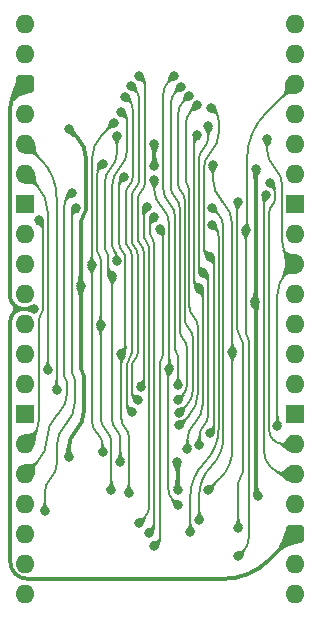
<source format=gbl>
%TF.GenerationSoftware,KiCad,Pcbnew,8.0.7*%
%TF.CreationDate,2025-01-30T08:13:30+02:00*%
%TF.ProjectId,Memory 4MB,4d656d6f-7279-4203-944d-422e6b696361,V0*%
%TF.SameCoordinates,Original*%
%TF.FileFunction,Copper,L2,Bot*%
%TF.FilePolarity,Positive*%
%FSLAX46Y46*%
G04 Gerber Fmt 4.6, Leading zero omitted, Abs format (unit mm)*
G04 Created by KiCad (PCBNEW 8.0.7) date 2025-01-30 08:13:30*
%MOMM*%
%LPD*%
G01*
G04 APERTURE LIST*
G04 Aperture macros list*
%AMRoundRect*
0 Rectangle with rounded corners*
0 $1 Rounding radius*
0 $2 $3 $4 $5 $6 $7 $8 $9 X,Y pos of 4 corners*
0 Add a 4 corners polygon primitive as box body*
4,1,4,$2,$3,$4,$5,$6,$7,$8,$9,$2,$3,0*
0 Add four circle primitives for the rounded corners*
1,1,$1+$1,$2,$3*
1,1,$1+$1,$4,$5*
1,1,$1+$1,$6,$7*
1,1,$1+$1,$8,$9*
0 Add four rect primitives between the rounded corners*
20,1,$1+$1,$2,$3,$4,$5,0*
20,1,$1+$1,$4,$5,$6,$7,0*
20,1,$1+$1,$6,$7,$8,$9,0*
20,1,$1+$1,$8,$9,$2,$3,0*%
G04 Aperture macros list end*
%TA.AperFunction,ComponentPad*%
%ADD10O,1.600000X1.600000*%
%TD*%
%TA.AperFunction,ComponentPad*%
%ADD11R,1.600000X1.600000*%
%TD*%
%TA.AperFunction,ComponentPad*%
%ADD12RoundRect,0.400000X-0.400000X-0.400000X0.400000X-0.400000X0.400000X0.400000X-0.400000X0.400000X0*%
%TD*%
%TA.AperFunction,ViaPad*%
%ADD13C,0.800000*%
%TD*%
%TA.AperFunction,Conductor*%
%ADD14C,0.380000*%
%TD*%
%TA.AperFunction,Conductor*%
%ADD15C,0.200000*%
%TD*%
G04 APERTURE END LIST*
D10*
%TO.P,J7,40,Pin_40*%
%TO.N,unconnected-(J7-Pin_40-Pad40)*%
X22860000Y0D03*
%TO.P,J7,39,Pin_39*%
%TO.N,/A20*%
X22860000Y-2540000D03*
%TO.P,J7,38,Pin_38*%
%TO.N,/A19*%
X22860000Y-5080000D03*
%TO.P,J7,37,Pin_37*%
%TO.N,/A18*%
X22860000Y-7620000D03*
%TO.P,J7,36,Pin_36*%
%TO.N,/A17*%
X22860000Y-10160000D03*
%TO.P,J7,35,Pin_35*%
%TO.N,/A16*%
X22860000Y-12700000D03*
D11*
%TO.P,J7,34,Pin_34*%
%TO.N,/GND*%
X22860000Y-15240000D03*
D10*
%TO.P,J7,33,Pin_33*%
%TO.N,/A15*%
X22860000Y-17780000D03*
%TO.P,J7,32,Pin_32*%
%TO.N,/~{RD}*%
X22860000Y-20320000D03*
%TO.P,J7,31,Pin_31*%
%TO.N,/D7*%
X22860000Y-22860000D03*
%TO.P,J7,30,Pin_30*%
%TO.N,/D6*%
X22860000Y-25400000D03*
%TO.P,J7,29,Pin_29*%
%TO.N,/D5*%
X22860000Y-27940000D03*
%TO.P,J7,28,Pin_28*%
%TO.N,/D4*%
X22860000Y-30480000D03*
D11*
%TO.P,J7,27,Pin_27*%
%TO.N,/GND*%
X22860000Y-33020000D03*
D10*
%TO.P,J7,26,Pin_26*%
%TO.N,/A14*%
X22860000Y-35560000D03*
%TO.P,J7,25,Pin_25*%
%TO.N,/A13*%
X22860000Y-38100000D03*
%TO.P,J7,24,Pin_24*%
%TO.N,/A12*%
X22860000Y-40640000D03*
D12*
%TO.P,J7,23,Pin_23*%
%TO.N,/5V*%
X22860000Y-43180000D03*
D10*
%TO.P,J7,22,Pin_22*%
%TO.N,/A11*%
X22860000Y-45720000D03*
%TO.P,J7,21,Pin_21*%
%TO.N,/A10*%
X22860000Y-48260000D03*
%TO.P,J7,20,Pin_20*%
%TO.N,/A9*%
X0Y-48260000D03*
%TO.P,J7,19,Pin_19*%
%TO.N,/A8*%
X0Y-45720000D03*
%TO.P,J7,18,Pin_18*%
%TO.N,/A7*%
X0Y-43180000D03*
%TO.P,J7,17,Pin_17*%
%TO.N,/A6*%
X0Y-40640000D03*
%TO.P,J7,16,Pin_16*%
%TO.N,/A5*%
X0Y-38100000D03*
%TO.P,J7,15,Pin_15*%
%TO.N,/~{WD}*%
X0Y-35560000D03*
D11*
%TO.P,J7,14,Pin_14*%
%TO.N,/GND*%
X0Y-33020000D03*
D10*
%TO.P,J7,13,Pin_13*%
%TO.N,/~{Memory A}*%
X0Y-30480000D03*
%TO.P,J7,12,Pin_12*%
%TO.N,/D3*%
X0Y-27940000D03*
%TO.P,J7,11,Pin_11*%
%TO.N,/D2*%
X0Y-25400000D03*
%TO.P,J7,10,Pin_10*%
%TO.N,/D1*%
X0Y-22860000D03*
%TO.P,J7,9,Pin_9*%
%TO.N,/D0*%
X0Y-20320000D03*
%TO.P,J7,8,Pin_8*%
%TO.N,/~{Memory B}*%
X0Y-17780000D03*
D11*
%TO.P,J7,7,Pin_7*%
%TO.N,/GND*%
X0Y-15240000D03*
D10*
%TO.P,J7,6,Pin_6*%
%TO.N,/A4*%
X0Y-12700000D03*
%TO.P,J7,5,Pin_5*%
%TO.N,/A3*%
X0Y-10160000D03*
%TO.P,J7,4,Pin_4*%
%TO.N,/A2*%
X0Y-7620000D03*
D12*
%TO.P,J7,3,Pin_3*%
%TO.N,/5V*%
X0Y-5080000D03*
D10*
%TO.P,J7,2,Pin_2*%
%TO.N,/A1*%
X0Y-2540000D03*
%TO.P,J7,1,Pin_1*%
%TO.N,/A0*%
X0Y0D03*
%TD*%
D13*
%TO.N,/5V*%
X750426Y-24130000D03*
%TO.N,/3.3V*%
X19673000Y-40018749D03*
X10922000Y-12065000D03*
X4687000Y-22192103D03*
X12827000Y-37084000D03*
X3683000Y-8890000D03*
X19558000Y-12319000D03*
X12896404Y-39439404D03*
X19431009Y-23580584D03*
X10921999Y-10166564D03*
X3683000Y-36703000D03*
%TO.N,/~{RD}*%
X20478372Y-9747628D03*
X21355000Y-34036000D03*
%TO.N,/D3*%
X8763000Y-39751000D03*
X8382000Y-12954008D03*
X8140000Y-27940000D03*
%TO.N,/A19*%
X18034000Y-45085000D03*
X18676000Y-17468000D03*
%TO.N,/A17*%
X13843000Y-6096000D03*
X13037207Y-32930450D03*
%TO.N,/A18*%
X12946502Y-31817416D03*
X13160979Y-5314934D03*
%TO.N,/A6*%
X4294000Y-15621000D03*
X1651000Y-41275000D03*
%TO.N,/A14*%
X20701000Y-13462000D03*
%TO.N,/A10*%
X13970000Y-43053000D03*
X15800000Y-17018000D03*
%TO.N,/A20*%
X12573000Y-4445000D03*
X12941997Y-30607000D03*
%TO.N,/~{WD}*%
X1143000Y-16636996D03*
%TO.N,/A7*%
X9633000Y-42291000D03*
X10287000Y-15494000D03*
%TO.N,/A8*%
X10922000Y-16383000D03*
X10454915Y-43093915D03*
%TO.N,/A13*%
X20398000Y-14471603D03*
%TO.N,/A9*%
X10922000Y-44196000D03*
X11430000Y-17399000D03*
%TO.N,/A3*%
X2655000Y-30988000D03*
%TO.N,/A1*%
X9525000Y-31877000D03*
X8979805Y-5251634D03*
%TO.N,/A4*%
X1905000Y-29337000D03*
%TO.N,/A2*%
X8468458Y-6168711D03*
X9017000Y-32893000D03*
%TO.N,/D0*%
X5629000Y-20418014D03*
X6554164Y-36278001D03*
X7493000Y-8382000D03*
%TO.N,/A0*%
X9652000Y-4445000D03*
X9779000Y-30734000D03*
%TO.N,/D5*%
X17531500Y-27807500D03*
X15875000Y-11938000D03*
X15494000Y-39497000D03*
%TO.N,/D1*%
X7747000Y-9455762D03*
X8054164Y-37083997D03*
X7366000Y-21336000D03*
%TO.N,/D6*%
X14576855Y-9439855D03*
X14732000Y-22400037D03*
X13734310Y-35988346D03*
%TO.N,/A12*%
X18034000Y-42672000D03*
X18034000Y-15068000D03*
%TO.N,/A16*%
X13058258Y-33980242D03*
X14508267Y-6908357D03*
%TO.N,/D4*%
X12191997Y-29210006D03*
X12954000Y-40767000D03*
X10922000Y-13208000D03*
%TO.N,/D7*%
X15494000Y-8668000D03*
X15050000Y-21082000D03*
X14743997Y-35700187D03*
%TO.N,/A5*%
X3937000Y-14351000D03*
%TO.N,/A15*%
X15621000Y-34671000D03*
X15748002Y-7112000D03*
X15659386Y-19727831D03*
%TO.N,/D2*%
X7238998Y-39509000D03*
X6379000Y-25526405D03*
X6554164Y-11868000D03*
%TO.N,/A11*%
X15813768Y-15556168D03*
X14732000Y-42037000D03*
%TO.N,/~{Memory B}*%
X8128000Y-7493002D03*
X7738790Y-20066000D03*
%TD*%
D14*
%TO.N,/3.3V*%
X4910500Y-16287806D02*
G75*
G03*
X4686995Y-16827382I539600J-539594D01*
G01*
X4687000Y-29136909D02*
G75*
G03*
X4820003Y-29457997I454100J9D01*
G01*
X4820000Y-29458000D02*
G75*
G02*
X4953004Y-29779090I-321100J-321100D01*
G01*
X5134000Y-15748229D02*
G75*
G02*
X4910501Y-16287807I-763080J-1D01*
G01*
X19494504Y-23644079D02*
G75*
G02*
X19558017Y-23797371I-153304J-153321D01*
G01*
X4408500Y-9615500D02*
G75*
G02*
X5133995Y-11367011I-1751500J-1751500D01*
G01*
X4953000Y-32883974D02*
G75*
G02*
X4317999Y-34416999I-2168030J4D01*
G01*
X19516000Y-23435495D02*
G75*
G02*
X19473509Y-23538093I-145100J-5D01*
G01*
X12861702Y-37118702D02*
G75*
G02*
X12896411Y-37202480I-83802J-83798D01*
G01*
X4266716Y-34468283D02*
G75*
G03*
X3682990Y-35877500I1409184J-1409217D01*
G01*
X19537000Y-12340000D02*
G75*
G03*
X19515999Y-12390698I50700J-50700D01*
G01*
X19558000Y-39822431D02*
G75*
G03*
X19615519Y-39961230I196300J31D01*
G01*
%TO.N,/5V*%
X-657499Y-5737500D02*
G75*
G03*
X-1315004Y-7324845I1587339J-1587350D01*
G01*
X-952500Y-24447500D02*
G75*
G03*
X-1270000Y-25214012I766513J-766513D01*
G01*
X-1270000Y-45526864D02*
G75*
G03*
X-841456Y-46561456I1463140J4D01*
G01*
X-1315000Y-22969167D02*
G75*
G03*
X-975000Y-23790000I1160846J5D01*
G01*
X-952500Y-24447500D02*
G75*
G03*
X-952500Y-23812500I-317499J317500D01*
G01*
X-185987Y-24130000D02*
G75*
G03*
X-952500Y-24447500I-1J-1084011D01*
G01*
X-952500Y-23812500D02*
G75*
G03*
X-185987Y-24130000I766517J766522D01*
G01*
X-841457Y-46561457D02*
G75*
G03*
X193135Y-46990000I1034594J1034593D01*
G01*
X20643792Y-45396207D02*
G75*
G02*
X16796036Y-46990001I-3847762J3847767D01*
G01*
D15*
%TO.N,/~{Memory B}*%
X7552395Y-19287895D02*
G75*
G02*
X7738796Y-19737892I-449995J-450005D01*
G01*
X8636000Y-10658974D02*
G75*
G02*
X8001001Y-12192001I-2168040J4D01*
G01*
X8382000Y-7747002D02*
G75*
G02*
X8635994Y-8360212I-613200J-613198D01*
G01*
X8001000Y-12192000D02*
G75*
G03*
X7366011Y-13725025I1533000J-1533000D01*
G01*
X7366000Y-18837897D02*
G75*
G03*
X7552392Y-19287898I636400J-3D01*
G01*
%TO.N,/A11*%
X16776000Y-34991673D02*
G75*
G02*
X15754001Y-37459001I-3489340J3D01*
G01*
X16294884Y-16037284D02*
G75*
G02*
X16776009Y-17198800I-1161484J-1161516D01*
G01*
X15754000Y-37459000D02*
G75*
G03*
X14732011Y-39926326I2467300J-2467300D01*
G01*
%TO.N,/D2*%
X6325082Y-12097082D02*
G75*
G03*
X6096014Y-12650134I553018J-553018D01*
G01*
X6379000Y-33283810D02*
G75*
G03*
X6841578Y-34400586I1579400J10D01*
G01*
X6237500Y-19572500D02*
G75*
G02*
X6378995Y-19914111I-341600J-341600D01*
G01*
X7304164Y-39397754D02*
G75*
G02*
X7271558Y-39476394I-111264J54D01*
G01*
X6096000Y-19230888D02*
G75*
G03*
X6237497Y-19572503I483100J-12D01*
G01*
X6841582Y-34400582D02*
G75*
G02*
X7304165Y-35517353I-1116782J-1116778D01*
G01*
%TO.N,/A15*%
X15817693Y-19886138D02*
G75*
G02*
X15975981Y-20268324I-382193J-382162D01*
G01*
X15976000Y-34064977D02*
G75*
G02*
X15798507Y-34493507I-606000J-23D01*
G01*
X15741500Y-10801500D02*
G75*
G03*
X15100007Y-12350218I1548700J-1548700D01*
G01*
X16383000Y-9252781D02*
G75*
G02*
X15741501Y-10801501I-2190230J1D01*
G01*
X15100000Y-18772899D02*
G75*
G03*
X15379699Y-19448132I954900J-1D01*
G01*
X16065501Y-7429499D02*
G75*
G02*
X16382996Y-8196009I-766501J-766501D01*
G01*
%TO.N,/A5*%
X3544000Y-31235500D02*
G75*
G02*
X2821690Y-32979309I-2466128J5D01*
G01*
X3619500Y-14668500D02*
G75*
G03*
X3302005Y-15435012I766500J-766500D01*
G01*
X1841500Y-35109000D02*
G75*
G02*
X1028680Y-37071319I-2775149J5D01*
G01*
X2654319Y-33146680D02*
G75*
G03*
X1841497Y-35109000I1962311J-1962320D01*
G01*
X3423000Y-30093000D02*
G75*
G02*
X3543992Y-30385119I-292100J-292100D01*
G01*
X3302000Y-29800880D02*
G75*
G03*
X3422994Y-30093006I413100J-20D01*
G01*
%TO.N,/D7*%
X15494000Y-9598557D02*
G75*
G02*
X15097003Y-10557003I-1355450J-3D01*
G01*
X14700000Y-20484512D02*
G75*
G03*
X14875004Y-20906996I597500J12D01*
G01*
X15112998Y-34036001D02*
G75*
G03*
X14744018Y-34926849I890802J-890799D01*
G01*
X15097000Y-10557000D02*
G75*
G03*
X14700018Y-11515442I958400J-958400D01*
G01*
X15266000Y-21298000D02*
G75*
G02*
X15482012Y-21819470I-521500J-521500D01*
G01*
X15482000Y-33145153D02*
G75*
G02*
X15112999Y-34036002I-1259860J3D01*
G01*
%TO.N,/D4*%
X11566500Y-15503500D02*
G75*
G02*
X12211016Y-17059460I-1556000J-1556000D01*
G01*
X12090677Y-39293215D02*
G75*
G03*
X12522338Y-40335338I1473823J15D01*
G01*
X12211000Y-29177565D02*
G75*
G02*
X12201507Y-29200513I-32400J-35D01*
G01*
X10922000Y-14033500D02*
G75*
G03*
X11505723Y-15442709I1992900J0D01*
G01*
X12141337Y-29260666D02*
G75*
G03*
X12090644Y-29382970I122263J-122334D01*
G01*
%TO.N,/A16*%
X13589000Y-13312089D02*
G75*
G03*
X13744497Y-13687503I530900J-11D01*
G01*
X13744500Y-13687500D02*
G75*
G02*
X13899996Y-14062910I-375400J-375400D01*
G01*
X14048633Y-7367990D02*
G75*
G03*
X13589034Y-8477643I1109667J-1109610D01*
G01*
X14256000Y-24797000D02*
G75*
G02*
X14612017Y-25656460I-859500J-859500D01*
G01*
X14612000Y-31327838D02*
G75*
G02*
X13835126Y-33203368I-2652410J8D01*
G01*
X13900000Y-23937539D02*
G75*
G03*
X14256000Y-24797000I1215460J-1D01*
G01*
%TO.N,/A12*%
X18224000Y-38417000D02*
G75*
G03*
X18034000Y-38875700I458700J-458700D01*
G01*
X17982750Y-15119250D02*
G75*
G03*
X17931491Y-15242978I123750J-123750D01*
G01*
X17931500Y-25845320D02*
G75*
G03*
X18172756Y-26427744I823700J20D01*
G01*
X18172750Y-26427750D02*
G75*
G02*
X18414009Y-27010179I-582450J-582450D01*
G01*
X18414000Y-37958299D02*
G75*
G02*
X18224000Y-38417000I-648700J-1D01*
G01*
%TO.N,/D6*%
X14438427Y-9578282D02*
G75*
G03*
X14299976Y-9912476I334173J-334218D01*
G01*
X15012000Y-32250568D02*
G75*
G02*
X14373157Y-33792879I-2181160J-2D01*
G01*
X14284659Y-33881372D02*
G75*
G03*
X13734327Y-35210034I1328641J-1328628D01*
G01*
X14300000Y-21662566D02*
G75*
G03*
X14515977Y-22184060I737500J-34D01*
G01*
X14872000Y-22540037D02*
G75*
G02*
X15011978Y-22878026I-338000J-337963D01*
G01*
%TO.N,/D1*%
X7747000Y-10990232D02*
G75*
G02*
X7238999Y-12216652I-1734420J2D01*
G01*
X7366000Y-33549394D02*
G75*
G03*
X7710073Y-34380091I1174800J-6D01*
G01*
X6731000Y-18959359D02*
G75*
G03*
X6884893Y-19330897I525440J-1D01*
G01*
X7710082Y-34380082D02*
G75*
G02*
X8054187Y-35210769I-830682J-830718D01*
G01*
X7239000Y-12216653D02*
G75*
G03*
X6730975Y-13443073I1226400J-1226447D01*
G01*
X6884895Y-19330895D02*
G75*
G02*
X7038780Y-19702430I-371495J-371505D01*
G01*
X7038790Y-20777417D02*
G75*
G03*
X7202398Y-21172392I558610J17D01*
G01*
%TO.N,/D5*%
X16703250Y-15052250D02*
G75*
G02*
X17531491Y-17051822I-1999550J-1999550D01*
G01*
X17531500Y-36018769D02*
G75*
G02*
X16512752Y-38478252I-3478240J-1D01*
G01*
X15875000Y-13081000D02*
G75*
G03*
X16683233Y-15032213I2759400J0D01*
G01*
%TO.N,/A0*%
X10151417Y-13408639D02*
G75*
G02*
X9838205Y-14164788I-1069367J9D01*
G01*
X9779000Y-18707000D02*
G75*
G02*
X10032996Y-19320210I-613200J-613200D01*
G01*
X9525000Y-18093789D02*
G75*
G03*
X9778997Y-18707003I867200J-11D01*
G01*
X10033000Y-30300394D02*
G75*
G02*
X9906002Y-30607002I-433600J-6D01*
G01*
X9901708Y-4694708D02*
G75*
G02*
X10151459Y-5297558I-602808J-602892D01*
G01*
X9838208Y-14164791D02*
G75*
G03*
X9525042Y-14920943I756192J-756109D01*
G01*
%TO.N,/D0*%
X6147988Y-34722988D02*
G75*
G02*
X6554178Y-35703582I-980588J-980612D01*
G01*
X5629000Y-33549810D02*
G75*
G03*
X6091578Y-34666586I1579400J10D01*
G01*
X6561000Y-9314000D02*
G75*
G03*
X5629003Y-11564047I2250040J-2250040D01*
G01*
%TO.N,/A2*%
X8823000Y-28317661D02*
G75*
G03*
X8628996Y-28786018I468300J-468339D01*
G01*
X9099000Y-12962806D02*
G75*
G02*
X8803998Y-13674998I-1007200J6D01*
G01*
X8783729Y-6483982D02*
G75*
G02*
X9098991Y-7245113I-761129J-761118D01*
G01*
X8509000Y-18367475D02*
G75*
G03*
X8762990Y-18980696I867200J-25D01*
G01*
X8804000Y-13675000D02*
G75*
G03*
X8508997Y-14387193I712200J-712200D01*
G01*
X9017000Y-27849303D02*
G75*
G02*
X8823007Y-28317668I-662400J3D01*
G01*
X8629000Y-32230642D02*
G75*
G03*
X8822998Y-32699002I662350J-8D01*
G01*
X8763000Y-18980686D02*
G75*
G02*
X9017006Y-19593896I-613200J-613214D01*
G01*
%TO.N,/A4*%
X952500Y-13652500D02*
G75*
G02*
X1905000Y-15952038I-2299541J-2299540D01*
G01*
%TO.N,/A1*%
X9334500Y-13906500D02*
G75*
G03*
X9017005Y-14673012I766500J-766500D01*
G01*
X9277000Y-28429347D02*
G75*
G03*
X9028973Y-29028071I598700J-598753D01*
G01*
X9652000Y-13139987D02*
G75*
G02*
X9334504Y-13906504I-1084000J-13D01*
G01*
X9315902Y-5587731D02*
G75*
G02*
X9651972Y-6399142I-811402J-811369D01*
G01*
X9525000Y-27830622D02*
G75*
G02*
X9276984Y-28429331I-846700J22D01*
G01*
X9029000Y-31030275D02*
G75*
G03*
X9276993Y-31629007I846700J-25D01*
G01*
X9271000Y-18923000D02*
G75*
G02*
X9524996Y-19536210I-613200J-613200D01*
G01*
X9017000Y-18309789D02*
G75*
G03*
X9270997Y-18923003I867200J-11D01*
G01*
%TO.N,/A3*%
X1327500Y-11487500D02*
G75*
G02*
X2655000Y-14692368I-3204879J-3204873D01*
G01*
%TO.N,/A9*%
X11684000Y-28014394D02*
G75*
G02*
X11557002Y-28321002I-433600J-6D01*
G01*
X11557000Y-28321000D02*
G75*
G03*
X11430002Y-28627605I306600J-306600D01*
G01*
X11557000Y-17526000D02*
G75*
G02*
X11683998Y-17832605I-306600J-306600D01*
G01*
X11430000Y-43328789D02*
G75*
G02*
X11176003Y-43942003I-867200J-11D01*
G01*
%TO.N,/A13*%
X20797184Y-37561184D02*
G75*
G03*
X22098000Y-38100009I1300816J1300784D01*
G01*
X20205000Y-36169262D02*
G75*
G03*
X20770503Y-37534497I1930730J2D01*
G01*
X20301500Y-14568103D02*
G75*
G03*
X20204990Y-14801074I233000J-232997D01*
G01*
%TO.N,/A8*%
X10731500Y-16573500D02*
G75*
G03*
X10541003Y-17033407I459900J-459900D01*
G01*
X10541000Y-17682253D02*
G75*
G03*
X10731501Y-18142160I650410J3D01*
G01*
X10731500Y-18142161D02*
G75*
G02*
X10922024Y-18602068I-459900J-459939D01*
G01*
X10922000Y-42296551D02*
G75*
G02*
X10688458Y-42860373I-797370J1D01*
G01*
%TO.N,/A7*%
X10160000Y-15621000D02*
G75*
G03*
X10033002Y-15927605I306600J-306600D01*
G01*
X10033000Y-17866398D02*
G75*
G03*
X10277494Y-18456680I834800J-2D01*
G01*
X10522000Y-40773382D02*
G75*
G02*
X10077499Y-41846499I-1517620J2D01*
G01*
X10277500Y-18456674D02*
G75*
G02*
X10522029Y-19046949I-590300J-590326D01*
G01*
%TO.N,/~{WD}*%
X1505000Y-24180091D02*
G75*
G02*
X1324001Y-24617065I-617980J1D01*
G01*
X1324000Y-16817996D02*
G75*
G02*
X1504999Y-17254968I-436980J-436974D01*
G01*
X1143000Y-33608776D02*
G75*
G02*
X571500Y-34988500I-1951237J5D01*
G01*
X1324000Y-24617064D02*
G75*
G03*
X1143004Y-25054036I436970J-436966D01*
G01*
%TO.N,/A20*%
X12192000Y-15176500D02*
G75*
G02*
X12699992Y-16402920I-1226400J-1226400D01*
G01*
X12820998Y-27876312D02*
G75*
G02*
X12941982Y-28168428I-292098J-292088D01*
G01*
X11684000Y-13950079D02*
G75*
G03*
X12191994Y-15176506I1734400J-21D01*
G01*
X12700000Y-27584196D02*
G75*
G03*
X12820999Y-27876311I413100J-4D01*
G01*
X12128500Y-4889500D02*
G75*
G03*
X11684007Y-5962617I1073100J-1073100D01*
G01*
%TO.N,/A10*%
X16376000Y-34246701D02*
G75*
G02*
X15173000Y-37151000I-4107300J1D01*
G01*
X16088000Y-17306000D02*
G75*
G02*
X16376003Y-18001293I-695300J-695300D01*
G01*
X15173000Y-37151000D02*
G75*
G03*
X13970000Y-40055298I2904300J-2904300D01*
G01*
%TO.N,/A14*%
X20924500Y-13685500D02*
G75*
G02*
X21148010Y-14225076I-539600J-539600D01*
G01*
X21148000Y-14777441D02*
G75*
G02*
X20900915Y-15373915I-843600J41D01*
G01*
X20900927Y-15373927D02*
G75*
G03*
X20653860Y-15970413I596473J-596473D01*
G01*
X20994927Y-35218927D02*
G75*
G03*
X21818349Y-35559963I823373J823427D01*
G01*
X20653855Y-34395505D02*
G75*
G03*
X20994940Y-35218914I1164445J5D01*
G01*
%TO.N,/A6*%
X3432000Y-33912000D02*
G75*
G03*
X2667001Y-35758873I1846870J-1846870D01*
G01*
X4197000Y-32065126D02*
G75*
G02*
X3432000Y-33912000I-2611890J6D01*
G01*
X3944000Y-29488415D02*
G75*
G03*
X4070508Y-29793806I431900J15D01*
G01*
X4119000Y-15796000D02*
G75*
G03*
X3943995Y-16218487I422500J-422500D01*
G01*
X2159000Y-38481000D02*
G75*
G03*
X1650997Y-39707420I1226410J-1226420D01*
G01*
X4070500Y-29793814D02*
G75*
G02*
X4196991Y-30099212I-305400J-305386D01*
G01*
X2667000Y-37254579D02*
G75*
G02*
X2159000Y-38481000I-1734420J-1D01*
G01*
%TO.N,/A18*%
X12709500Y-14741500D02*
G75*
G02*
X13100021Y-15684250I-942800J-942800D01*
G01*
X13395998Y-26730998D02*
G75*
G02*
X13691997Y-27445602I-714598J-714602D01*
G01*
X12739989Y-5735923D02*
G75*
G03*
X12318973Y-6752282I1016311J-1016377D01*
G01*
X13691997Y-30544776D02*
G75*
G02*
X13319248Y-31444667I-1272647J6D01*
G01*
X13100000Y-26016394D02*
G75*
G03*
X13395996Y-26731000I1010600J-6D01*
G01*
X12319000Y-13798749D02*
G75*
G03*
X12709500Y-14741500I1333250J-1D01*
G01*
%TO.N,/A17*%
X13227000Y-14243000D02*
G75*
G02*
X13500008Y-14902080I-659100J-659100D01*
G01*
X13398500Y-6540500D02*
G75*
G03*
X12954007Y-7613617I1073100J-1073100D01*
G01*
X13500000Y-24934539D02*
G75*
G03*
X13856000Y-25794000I1215460J-1D01*
G01*
X13856000Y-25794000D02*
G75*
G02*
X14212017Y-26653460I-859500J-859500D01*
G01*
X14212000Y-30924952D02*
G75*
G02*
X13624603Y-32343053I-2005500J2D01*
G01*
X12954000Y-13583919D02*
G75*
G03*
X13227006Y-14242994I932100J19D01*
G01*
%TO.N,/A19*%
X18784000Y-17283632D02*
G75*
G02*
X18729990Y-17413990I-184400J32D01*
G01*
X18923000Y-43567382D02*
G75*
G02*
X18478505Y-44640505I-1517600J-18D01*
G01*
X18799500Y-26488814D02*
G75*
G02*
X18923009Y-26786969I-298200J-298186D01*
G01*
X18676000Y-26190658D02*
G75*
G03*
X18799470Y-26488844I421700J-42D01*
G01*
X20377792Y-7562207D02*
G75*
G03*
X18784002Y-11409963I3847758J-3847753D01*
G01*
%TO.N,/D3*%
X8490000Y-27342512D02*
G75*
G02*
X8314996Y-27764996I-597500J12D01*
G01*
X8140000Y-33433965D02*
G75*
G03*
X8451502Y-34185991I1063530J5D01*
G01*
X8223000Y-19272000D02*
G75*
G02*
X8490002Y-19916595I-644600J-644600D01*
G01*
X7956000Y-18627404D02*
G75*
G03*
X8223001Y-19271999I911600J4D01*
G01*
X8169000Y-13167008D02*
G75*
G03*
X7956017Y-13681235I514200J-514192D01*
G01*
X8451500Y-34185993D02*
G75*
G02*
X8762994Y-34938020I-752000J-752007D01*
G01*
%TO.N,/~{RD}*%
X21760000Y-18442182D02*
G75*
G03*
X22309995Y-19770005I1877800J-18D01*
G01*
X22107500Y-21072500D02*
G75*
G03*
X21354998Y-22889195I1816700J-1816700D01*
G01*
X20478372Y-10646500D02*
G75*
G03*
X21113978Y-12180962I2170028J0D01*
G01*
X21119186Y-12186186D02*
G75*
G02*
X21759959Y-13733247I-1547086J-1547014D01*
G01*
%TO.N,/A2*%
X9099000Y-12962806D02*
X9099000Y-7245113D01*
X9017000Y-27849303D02*
X9017000Y-19593896D01*
X9017000Y-32893000D02*
X8823000Y-32699000D01*
X8783729Y-6483982D02*
X8468458Y-6168711D01*
%TO.N,/A1*%
X9315902Y-5587731D02*
X8979805Y-5251634D01*
X9652000Y-13139987D02*
X9652000Y-6399142D01*
X9017000Y-14673012D02*
X9017000Y-18309789D01*
X9525000Y-27830622D02*
X9525000Y-19536210D01*
X9525000Y-31877000D02*
X9277000Y-31629000D01*
%TO.N,/A2*%
X8629000Y-28786018D02*
X8629000Y-32230642D01*
%TO.N,/A0*%
X9525000Y-18093789D02*
X9525000Y-14920943D01*
X9652000Y-4445000D02*
X9901708Y-4694708D01*
X10033000Y-19320210D02*
X10033000Y-30300394D01*
%TO.N,/A1*%
X9029000Y-29028071D02*
X9029000Y-31030275D01*
%TO.N,/A0*%
X9779000Y-30734000D02*
X9906000Y-30607000D01*
%TO.N,/A2*%
X8509000Y-18367475D02*
X8509000Y-14387193D01*
%TO.N,/A0*%
X10151417Y-13408639D02*
X10151417Y-5297558D01*
%TO.N,/~{Memory B}*%
X8636000Y-10658974D02*
X8636000Y-8360212D01*
X7366000Y-13725025D02*
X7366000Y-18837897D01*
X7738790Y-19737892D02*
X7738790Y-20066000D01*
X8128000Y-7493002D02*
X8382000Y-7747002D01*
%TO.N,/D1*%
X6731000Y-18959359D02*
X6731000Y-13443073D01*
X7038790Y-19702430D02*
X7038790Y-20777417D01*
X7366000Y-21336000D02*
X7202395Y-21172395D01*
X7747000Y-10990232D02*
X7747000Y-9455762D01*
%TO.N,/D2*%
X6096000Y-12650134D02*
X6096000Y-19230888D01*
X6379000Y-19914111D02*
X6379000Y-25526405D01*
X6325082Y-12097082D02*
X6554164Y-11868000D01*
%TO.N,/A7*%
X10160000Y-15621000D02*
X10287000Y-15494000D01*
X10033000Y-15927605D02*
X10033000Y-17866398D01*
X10077500Y-41846500D02*
X9633000Y-42291000D01*
X10522000Y-40773382D02*
X10522000Y-19046949D01*
%TO.N,/A8*%
X10922000Y-18602068D02*
X10922000Y-42296551D01*
X10541000Y-17033407D02*
X10541000Y-17682253D01*
X10454915Y-43093915D02*
X10688457Y-42860372D01*
X10731500Y-16573500D02*
X10922000Y-16383000D01*
%TO.N,/A9*%
X11684000Y-28014394D02*
X11684000Y-17832605D01*
X11430000Y-28627605D02*
X11430000Y-43328789D01*
X11430000Y-17399000D02*
X11557000Y-17526000D01*
X10922000Y-44196000D02*
X11176000Y-43942000D01*
%TO.N,/D3*%
X8382000Y-12954008D02*
X8169000Y-13167008D01*
X8490000Y-27342512D02*
X8490000Y-19916595D01*
X8315000Y-27765000D02*
X8140000Y-27940000D01*
X7956000Y-18627404D02*
X7956000Y-13681235D01*
%TO.N,/D0*%
X7493000Y-8382000D02*
X6561000Y-9314000D01*
X5629000Y-20418014D02*
X5629000Y-11564047D01*
%TO.N,/~{RD}*%
X21113970Y-12180970D02*
X21119186Y-12186186D01*
X20478372Y-10646500D02*
X20478372Y-9747628D01*
X21760000Y-18442182D02*
X21760000Y-13733247D01*
X22310000Y-19770000D02*
X22860000Y-20320000D01*
%TO.N,/A10*%
X13970000Y-40055298D02*
X13970000Y-43053000D01*
X16376000Y-34246701D02*
X16376000Y-18001293D01*
X16088000Y-17306000D02*
X15800000Y-17018000D01*
%TO.N,/A11*%
X16776000Y-34991673D02*
X16776000Y-17198800D01*
X14732000Y-42037000D02*
X14732000Y-39926326D01*
X16294884Y-16037284D02*
X15813768Y-15556168D01*
%TO.N,/A15*%
X15817693Y-19886138D02*
X15659386Y-19727831D01*
X15798500Y-34493500D02*
X15621000Y-34671000D01*
X15976000Y-20268324D02*
X15976000Y-34064977D01*
%TO.N,/D7*%
X14743997Y-34926849D02*
X14743997Y-35700187D01*
X15266000Y-21298000D02*
X15050000Y-21082000D01*
X15482000Y-21819470D02*
X15482000Y-33145153D01*
%TO.N,/A14*%
X20924500Y-13685500D02*
X20701000Y-13462000D01*
X21148000Y-14225076D02*
X21148000Y-14777441D01*
X21818349Y-35560000D02*
X22860000Y-35560000D01*
X20653855Y-15970413D02*
X20653855Y-34395505D01*
%TO.N,/A13*%
X22098000Y-38100000D02*
X22860000Y-38100000D01*
X20797184Y-37561184D02*
X20770500Y-37534500D01*
X20398000Y-14471603D02*
X20301500Y-14568103D01*
X20205000Y-36169262D02*
X20205000Y-14801074D01*
%TO.N,/D5*%
X16512750Y-38478250D02*
X15494000Y-39497000D01*
X17531500Y-36018769D02*
X17531500Y-27807500D01*
%TO.N,/A16*%
X13058258Y-33980242D02*
X13835129Y-33203371D01*
X13900000Y-14062910D02*
X13900000Y-23937539D01*
X13589000Y-13312089D02*
X13589000Y-8477643D01*
X14508267Y-6908357D02*
X14048633Y-7367990D01*
%TO.N,/A17*%
X13037207Y-32930450D02*
X13624603Y-32343053D01*
%TO.N,/A16*%
X14612000Y-25656460D02*
X14612000Y-31327838D01*
%TO.N,/A17*%
X13500000Y-14902080D02*
X13500000Y-24934539D01*
X12954000Y-7613617D02*
X12954000Y-13583919D01*
X13843000Y-6096000D02*
X13398500Y-6540500D01*
X14212000Y-26653460D02*
X14212000Y-30924952D01*
%TO.N,/A18*%
X12946502Y-31817416D02*
X13319249Y-31444668D01*
X13100000Y-15684250D02*
X13100000Y-26016394D01*
X13160979Y-5314934D02*
X12739989Y-5735923D01*
X13691997Y-27445602D02*
X13691997Y-30544776D01*
X12319000Y-6752282D02*
X12319000Y-13798749D01*
%TO.N,/D6*%
X13734310Y-35210034D02*
X13734310Y-35988346D01*
X14373154Y-33792876D02*
X14284659Y-33881372D01*
X14732000Y-22400037D02*
X14872000Y-22540037D01*
X15012000Y-32250568D02*
X15012000Y-22878026D01*
%TO.N,/A20*%
X12941997Y-30607000D02*
X12941997Y-28168428D01*
X11684000Y-13950079D02*
X11684000Y-5962617D01*
X12573000Y-4445000D02*
X12128500Y-4889500D01*
X12700000Y-16402920D02*
X12700000Y-27584196D01*
%TO.N,/D7*%
X14700000Y-20484512D02*
X14700000Y-11515442D01*
X15494000Y-9598557D02*
X15494000Y-8668000D01*
X14875000Y-20907000D02*
X15050000Y-21082000D01*
%TO.N,/A15*%
X16383000Y-9252781D02*
X16383000Y-8196009D01*
X15100000Y-12350218D02*
X15100000Y-18772899D01*
X15748002Y-7112000D02*
X16065501Y-7429499D01*
X15659386Y-19727831D02*
X15379693Y-19448138D01*
%TO.N,/D6*%
X14516000Y-22184037D02*
X14732000Y-22400037D01*
X14438427Y-9578282D02*
X14576855Y-9439855D01*
X14300000Y-9912476D02*
X14300000Y-21662566D01*
D14*
%TO.N,/3.3V*%
X12896404Y-39439404D02*
X12896404Y-37202480D01*
X12827000Y-37084000D02*
X12861702Y-37118702D01*
D15*
%TO.N,/D4*%
X12522338Y-40335338D02*
X12954000Y-40767000D01*
X12090677Y-39293215D02*
X12090677Y-29382970D01*
X12191997Y-29210006D02*
X12141337Y-29260666D01*
X10922000Y-13208000D02*
X10922000Y-14033500D01*
X12211000Y-17059460D02*
X12211000Y-29177565D01*
X11566500Y-15503500D02*
X11505716Y-15442716D01*
X12191997Y-29210006D02*
X12201498Y-29200504D01*
D14*
%TO.N,/3.3V*%
X10922000Y-10166565D02*
X10921999Y-10166564D01*
X10922000Y-10166565D02*
X10922000Y-12065000D01*
X4317999Y-34416999D02*
X4266716Y-34468283D01*
X4953000Y-29779090D02*
X4953000Y-32883974D01*
X3683000Y-36703000D02*
X3683000Y-35877500D01*
X4687000Y-29136909D02*
X4687000Y-22192103D01*
D15*
%TO.N,/A5*%
X3302000Y-15435012D02*
X3302000Y-29800880D01*
X3619500Y-14668500D02*
X3937000Y-14351000D01*
X3544000Y-31235500D02*
X3544000Y-30385119D01*
X2821690Y-32979309D02*
X2654319Y-33146680D01*
X1028680Y-37071319D02*
X0Y-38100000D01*
%TO.N,/A6*%
X4119000Y-15796000D02*
X4294000Y-15621000D01*
X2667000Y-35758873D02*
X2667000Y-37254579D01*
X4197000Y-32065126D02*
X4197000Y-30099212D01*
X3944000Y-29488415D02*
X3944000Y-16218487D01*
X1651000Y-41275000D02*
X1651000Y-39707420D01*
%TO.N,/D2*%
X7271581Y-39476417D02*
X7238998Y-39509000D01*
X6379000Y-33283810D02*
X6379000Y-25526405D01*
X7304164Y-39397754D02*
X7304164Y-35517353D01*
%TO.N,/D1*%
X8054164Y-37083997D02*
X8054164Y-35210769D01*
X7366000Y-33549394D02*
X7366000Y-21336000D01*
%TO.N,/A3*%
X1327500Y-11487500D02*
X0Y-10160000D01*
X2655000Y-30988000D02*
X2655000Y-14692368D01*
%TO.N,/A4*%
X1905000Y-29337000D02*
X1905000Y-15952038D01*
%TO.N,/~{WD}*%
X1143000Y-16636996D02*
X1324000Y-16817996D01*
%TO.N,/A4*%
X952500Y-13652500D02*
X0Y-12700000D01*
%TO.N,/~{WD}*%
X1505000Y-24180091D02*
X1505000Y-17254968D01*
X1143000Y-33608776D02*
X1143000Y-25054036D01*
X571500Y-34988500D02*
X0Y-35560000D01*
%TO.N,/D0*%
X5629000Y-20418014D02*
X5629000Y-33549810D01*
X6147988Y-34722988D02*
X6091582Y-34666582D01*
X6554164Y-36278001D02*
X6554164Y-35703582D01*
D14*
%TO.N,/5V*%
X750426Y-24130000D02*
X-185987Y-24130000D01*
X20643792Y-45396207D02*
X22860000Y-43180000D01*
X-657499Y-5737500D02*
X0Y-5080000D01*
X193135Y-46990000D02*
X16796036Y-46990000D01*
X-1315000Y-7324845D02*
X-1315000Y-22969167D01*
X-975000Y-23790000D02*
X-952500Y-23812500D01*
X-1270000Y-25214012D02*
X-1270000Y-45526864D01*
%TO.N,/3.3V*%
X3683000Y-8890000D02*
X4408500Y-9615500D01*
X5134000Y-15748229D02*
X5134000Y-11367011D01*
X19558000Y-12319000D02*
X19537000Y-12340000D01*
X4687000Y-16827382D02*
X4687000Y-22192103D01*
X19558000Y-23797371D02*
X19558000Y-39822431D01*
X19473504Y-23538088D02*
X19431009Y-23580584D01*
X19494504Y-23644079D02*
X19431009Y-23580584D01*
X19673000Y-40018749D02*
X19615500Y-39961249D01*
X19516000Y-23435495D02*
X19516000Y-12390698D01*
D15*
%TO.N,/~{RD}*%
X21355000Y-22889195D02*
X21355000Y-34036000D01*
X22107500Y-21072500D02*
X22860000Y-20320000D01*
%TO.N,/D3*%
X8140000Y-33433965D02*
X8140000Y-27940000D01*
X8763000Y-39751000D02*
X8763000Y-34938020D01*
%TO.N,/A19*%
X18676000Y-17468000D02*
X18676000Y-26190658D01*
X20377792Y-7562207D02*
X22860000Y-5080000D01*
X18478500Y-44640500D02*
X18034000Y-45085000D01*
X18730000Y-17414000D02*
X18676000Y-17468000D01*
X18784000Y-17283632D02*
X18784000Y-11409963D01*
X18923000Y-43567382D02*
X18923000Y-26786969D01*
%TO.N,/D5*%
X15875000Y-11938000D02*
X15875000Y-13081000D01*
X16703250Y-15052250D02*
X16683223Y-15032223D01*
X17531500Y-17051822D02*
X17531500Y-27807500D01*
%TO.N,/A12*%
X18414000Y-27010179D02*
X18414000Y-37958299D01*
X18034000Y-15068000D02*
X17982750Y-15119250D01*
X17931500Y-15242978D02*
X17931500Y-25845320D01*
X18034000Y-38875700D02*
X18034000Y-42672000D01*
%TD*%
%TA.AperFunction,Conductor*%
%TO.N,/5V*%
G36*
X-787926Y-4793640D02*
G01*
X-4185Y-5077423D01*
X2424Y-5083459D01*
X45253Y-5175359D01*
X367293Y-5866387D01*
X367681Y-5875333D01*
X361630Y-5881934D01*
X358886Y-5882821D01*
X108905Y-5930627D01*
X108896Y-5930630D01*
X-155828Y-6017857D01*
X-155829Y-6017857D01*
X-420559Y-6141684D01*
X-685295Y-6302115D01*
X-685299Y-6302118D01*
X-944702Y-6495179D01*
X-953384Y-6497369D01*
X-956164Y-6496602D01*
X-1290256Y-6358215D01*
X-1296588Y-6351883D01*
X-1296588Y-6342929D01*
X-1296573Y-6342893D01*
X-1200893Y-6114064D01*
X-1200884Y-6114040D01*
X-1100654Y-5837724D01*
X-1000445Y-5524868D01*
X-900221Y-5175364D01*
X-803227Y-4801704D01*
X-797831Y-4794558D01*
X-788962Y-4793319D01*
X-787926Y-4793640D01*
G37*
%TD.AperFunction*%
%TD*%
%TA.AperFunction,Conductor*%
%TO.N,/~{Memory B}*%
G36*
X7650196Y-19246963D02*
G01*
X7650726Y-19247563D01*
X7746664Y-19363947D01*
X7747720Y-19365457D01*
X7806859Y-19465988D01*
X7807283Y-19466774D01*
X7852582Y-19559268D01*
X7913989Y-19659449D01*
X7913995Y-19659458D01*
X8014485Y-19774942D01*
X8017331Y-19783432D01*
X8013953Y-19790874D01*
X7745012Y-20061162D01*
X7736747Y-20064610D01*
X7732230Y-20063715D01*
X7381160Y-19917879D01*
X7374834Y-19911540D01*
X7374843Y-19902586D01*
X7375326Y-19901566D01*
X7441125Y-19778798D01*
X7441763Y-19777748D01*
X7514766Y-19671221D01*
X7564854Y-19577765D01*
X7567242Y-19483833D01*
X7502741Y-19383525D01*
X7501149Y-19374713D01*
X7504539Y-19368700D01*
X7633657Y-19246506D01*
X7642020Y-19243309D01*
X7650196Y-19246963D01*
G37*
%TD.AperFunction*%
%TD*%
%TA.AperFunction,Conductor*%
%TO.N,/~{Memory B}*%
G36*
X8495527Y-7344467D02*
G01*
X8501843Y-7350814D01*
X8501907Y-7350972D01*
X8569546Y-7522477D01*
X8569786Y-7523145D01*
X8612793Y-7655126D01*
X8613059Y-7656074D01*
X8640592Y-7773235D01*
X8640709Y-7773794D01*
X8657711Y-7866181D01*
X8666092Y-7911723D01*
X8666096Y-7911745D01*
X8666095Y-7911745D01*
X8700395Y-8094042D01*
X8698557Y-8102806D01*
X8691179Y-8107680D01*
X8516010Y-8142521D01*
X8507228Y-8140774D01*
X8502824Y-8135285D01*
X8455254Y-8012886D01*
X8373992Y-7950919D01*
X8373991Y-7950918D01*
X8373990Y-7950918D01*
X8265140Y-7926536D01*
X8132104Y-7907865D01*
X8130481Y-7907519D01*
X7987475Y-7866181D01*
X7980479Y-7860591D01*
X7979484Y-7851692D01*
X7979902Y-7850495D01*
X8125947Y-7496524D01*
X8132269Y-7490185D01*
X8486573Y-7344445D01*
X8495527Y-7344467D01*
G37*
%TD.AperFunction*%
%TD*%
%TA.AperFunction,Conductor*%
%TO.N,/D2*%
G36*
X6195778Y-11719520D02*
G01*
X6549852Y-11865166D01*
X6556199Y-11871482D01*
X6556217Y-11871524D01*
X6702341Y-12225686D01*
X6702328Y-12234640D01*
X6695987Y-12240964D01*
X6694969Y-12241330D01*
X6558332Y-12283412D01*
X6557073Y-12283724D01*
X6431780Y-12307538D01*
X6431771Y-12307540D01*
X6330616Y-12337996D01*
X6255448Y-12403603D01*
X6210945Y-12523636D01*
X6204856Y-12530202D01*
X6197693Y-12531044D01*
X6193459Y-12530202D01*
X6185175Y-12528554D01*
X6022477Y-12496196D01*
X6015031Y-12491221D01*
X6013224Y-12482763D01*
X6026659Y-12403603D01*
X6044572Y-12298058D01*
X6061952Y-12156950D01*
X6061975Y-12156780D01*
X6079970Y-12036301D01*
X6080215Y-12035102D01*
X6115274Y-11900512D01*
X6115624Y-11899403D01*
X6180379Y-11726244D01*
X6186486Y-11719697D01*
X6195435Y-11719385D01*
X6195778Y-11719520D01*
G37*
%TD.AperFunction*%
%TD*%
%TA.AperFunction,Conductor*%
%TO.N,/A15*%
G36*
X16047832Y-19727802D02*
G01*
X16056097Y-19731250D01*
X16059502Y-19739384D01*
X16061112Y-19899488D01*
X16065233Y-20021279D01*
X16070147Y-20126377D01*
X16070153Y-20126527D01*
X16074267Y-20248105D01*
X16074273Y-20248383D01*
X16075499Y-20370113D01*
X16075500Y-20370231D01*
X16075500Y-20408203D01*
X16072073Y-20416476D01*
X16063800Y-20419903D01*
X15885521Y-20419903D01*
X15877248Y-20416476D01*
X15874065Y-20410582D01*
X15845972Y-20275285D01*
X15845972Y-20275284D01*
X15765938Y-20202130D01*
X15651033Y-20160384D01*
X15650927Y-20160345D01*
X15517580Y-20110437D01*
X15514903Y-20109016D01*
X15387807Y-20018680D01*
X15383049Y-20011093D01*
X15385048Y-20002365D01*
X15386288Y-20000893D01*
X15655945Y-19730283D01*
X15664210Y-19726843D01*
X16047832Y-19727802D01*
G37*
%TD.AperFunction*%
%TD*%
%TA.AperFunction,Conductor*%
%TO.N,/A15*%
G36*
X16072073Y-33992907D02*
G01*
X16075500Y-34001180D01*
X16075500Y-34004094D01*
X16075493Y-34004489D01*
X16070295Y-34158343D01*
X16070227Y-34159272D01*
X16056667Y-34278363D01*
X16056599Y-34278861D01*
X16040361Y-34381864D01*
X16026721Y-34501657D01*
X16026719Y-34501675D01*
X16021380Y-34659723D01*
X16017676Y-34667876D01*
X16009716Y-34671028D01*
X15625875Y-34671987D01*
X15617594Y-34668581D01*
X15617558Y-34668546D01*
X15616890Y-34667876D01*
X15348101Y-34398136D01*
X15344689Y-34389856D01*
X15348130Y-34381589D01*
X15349789Y-34380217D01*
X15483568Y-34288902D01*
X15486618Y-34287417D01*
X15629608Y-34242012D01*
X15629822Y-34241947D01*
X15754849Y-34206253D01*
X15842787Y-34136761D01*
X15873942Y-33998605D01*
X15879104Y-33991290D01*
X15885355Y-33989480D01*
X16063800Y-33989480D01*
X16072073Y-33992907D01*
G37*
%TD.AperFunction*%
%TD*%
%TA.AperFunction,Conductor*%
%TO.N,/A15*%
G36*
X15260540Y-19080495D02*
G01*
X15331563Y-19201146D01*
X15419908Y-19263083D01*
X15419911Y-19263085D01*
X15525874Y-19288972D01*
X15654140Y-19310103D01*
X15655642Y-19310454D01*
X15800153Y-19354526D01*
X15807066Y-19360216D01*
X15807930Y-19369129D01*
X15807556Y-19370174D01*
X15661626Y-19724245D01*
X15655305Y-19730588D01*
X15655259Y-19730608D01*
X15301098Y-19876271D01*
X15292144Y-19876248D01*
X15285827Y-19869900D01*
X15285666Y-19869485D01*
X15225089Y-19703512D01*
X15224745Y-19702394D01*
X15191665Y-19572426D01*
X15191540Y-19571872D01*
X15168844Y-19457023D01*
X15135547Y-19326203D01*
X15135548Y-19326203D01*
X15089904Y-19201146D01*
X15074447Y-19158796D01*
X15074830Y-19149851D01*
X15080959Y-19143977D01*
X15245981Y-19075621D01*
X15254934Y-19075621D01*
X15260540Y-19080495D01*
G37*
%TD.AperFunction*%
%TD*%
%TA.AperFunction,Conductor*%
%TO.N,/D7*%
G36*
X14798897Y-20402420D02*
G01*
X14802042Y-20408142D01*
X14813525Y-20459589D01*
X14832797Y-20545934D01*
X14832798Y-20545935D01*
X14919708Y-20615934D01*
X15043376Y-20652440D01*
X15043614Y-20652514D01*
X15185351Y-20698533D01*
X15188348Y-20700009D01*
X15321255Y-20791206D01*
X15326137Y-20798711D01*
X15324282Y-20807472D01*
X15322923Y-20809111D01*
X15053441Y-21079546D01*
X15045174Y-21082987D01*
X15045124Y-21082987D01*
X14661319Y-21082028D01*
X14653054Y-21078580D01*
X14649653Y-21070686D01*
X14644800Y-20912351D01*
X14632400Y-20792273D01*
X14617631Y-20688942D01*
X14617577Y-20688498D01*
X14613862Y-20652523D01*
X14605243Y-20569063D01*
X14605187Y-20568225D01*
X14600505Y-20415468D01*
X14600500Y-20415110D01*
X14600500Y-20410693D01*
X14603927Y-20402420D01*
X14612200Y-20398993D01*
X14790624Y-20398993D01*
X14798897Y-20402420D01*
G37*
%TD.AperFunction*%
%TD*%
%TA.AperFunction,Conductor*%
%TO.N,/D7*%
G36*
X15417226Y-20933589D02*
G01*
X15423542Y-20939936D01*
X15423718Y-20940391D01*
X15486995Y-21114522D01*
X15487409Y-21115927D01*
X15518278Y-21251874D01*
X15518503Y-21253234D01*
X15531413Y-21375278D01*
X15531429Y-21375438D01*
X15544553Y-21518168D01*
X15544554Y-21518174D01*
X15574371Y-21704289D01*
X15572296Y-21713000D01*
X15565101Y-21717615D01*
X15389872Y-21752476D01*
X15381089Y-21750729D01*
X15376583Y-21744971D01*
X15333683Y-21626044D01*
X15261781Y-21558453D01*
X15261777Y-21558451D01*
X15164732Y-21524771D01*
X15043494Y-21498218D01*
X15042444Y-21497936D01*
X14909037Y-21455412D01*
X14902195Y-21449635D01*
X14901443Y-21440712D01*
X14901770Y-21439813D01*
X15047947Y-21085522D01*
X15054269Y-21079183D01*
X15408271Y-20933567D01*
X15417226Y-20933589D01*
G37*
%TD.AperFunction*%
%TD*%
%TA.AperFunction,Conductor*%
%TO.N,/D6*%
G36*
X14580260Y-9442273D02*
G01*
X14580296Y-9442308D01*
X14850153Y-9713120D01*
X14853565Y-9721400D01*
X14850124Y-9729667D01*
X14848847Y-9730767D01*
X14728312Y-9820407D01*
X14726066Y-9821718D01*
X14602647Y-9876347D01*
X14498340Y-9924335D01*
X14426651Y-10001390D01*
X14401788Y-10134155D01*
X14396897Y-10141656D01*
X14390288Y-10143701D01*
X14211540Y-10143701D01*
X14203267Y-10140274D01*
X14199841Y-10132162D01*
X14198037Y-10001390D01*
X14197592Y-9969092D01*
X14191852Y-9845242D01*
X14185006Y-9738376D01*
X14184996Y-9738188D01*
X14183834Y-9713120D01*
X14179269Y-9614630D01*
X14179260Y-9614322D01*
X14177018Y-9451685D01*
X14180331Y-9443367D01*
X14188556Y-9439826D01*
X14188605Y-9439825D01*
X14571979Y-9438867D01*
X14580260Y-9442273D01*
G37*
%TD.AperFunction*%
%TD*%
%TA.AperFunction,Conductor*%
%TO.N,/D6*%
G36*
X14400948Y-21731303D02*
G01*
X14405453Y-21737062D01*
X14448339Y-21855985D01*
X14520232Y-21923577D01*
X14520233Y-21923577D01*
X14520234Y-21923578D01*
X14617280Y-21957262D01*
X14738512Y-21983817D01*
X14739558Y-21984098D01*
X14872962Y-22026624D01*
X14879804Y-22032401D01*
X14880556Y-22041324D01*
X14880225Y-22042233D01*
X14734053Y-22396512D01*
X14727729Y-22402853D01*
X14727688Y-22402870D01*
X14373728Y-22548469D01*
X14364773Y-22548447D01*
X14358457Y-22542100D01*
X14358292Y-22541673D01*
X14294998Y-22367500D01*
X14294589Y-22366111D01*
X14263718Y-22230139D01*
X14263498Y-22228809D01*
X14250584Y-22106654D01*
X14237463Y-21963849D01*
X14207662Y-21777725D01*
X14209738Y-21769016D01*
X14216932Y-21764402D01*
X14392166Y-21729556D01*
X14400948Y-21731303D01*
G37*
%TD.AperFunction*%
%TD*%
%TA.AperFunction,Conductor*%
%TO.N,/D6*%
G36*
X15120190Y-22400007D02*
G01*
X15128454Y-22403455D01*
X15131860Y-22411736D01*
X15131859Y-22411847D01*
X15129922Y-22574166D01*
X15129914Y-22574495D01*
X15124962Y-22697948D01*
X15124953Y-22698127D01*
X15119041Y-22804751D01*
X15114079Y-22928458D01*
X15112138Y-23091193D01*
X15108613Y-23099424D01*
X15100439Y-23102753D01*
X14921695Y-23102753D01*
X14913422Y-23099326D01*
X14910199Y-23093226D01*
X14885075Y-22960315D01*
X14885074Y-22960313D01*
X14885074Y-22960312D01*
X14812709Y-22883607D01*
X14812708Y-22883606D01*
X14812707Y-22883605D01*
X14707549Y-22836144D01*
X14583349Y-22781921D01*
X14581065Y-22780599D01*
X14460042Y-22690943D01*
X14455435Y-22683265D01*
X14457606Y-22674577D01*
X14458711Y-22673291D01*
X14728559Y-22402489D01*
X14736824Y-22399049D01*
X15120190Y-22400007D01*
G37*
%TD.AperFunction*%
%TD*%
%TA.AperFunction,Conductor*%
%TO.N,/D1*%
G36*
X7137589Y-20650130D02*
G01*
X7140760Y-20655969D01*
X7169698Y-20792058D01*
X7169699Y-20792059D01*
X7251919Y-20864239D01*
X7369691Y-20904387D01*
X7505764Y-20953113D01*
X7508543Y-20954553D01*
X7637475Y-21045167D01*
X7642273Y-21052727D01*
X7640319Y-21061467D01*
X7639035Y-21062998D01*
X7369441Y-21333546D01*
X7361174Y-21336987D01*
X7361124Y-21336987D01*
X6977479Y-21336028D01*
X6969214Y-21332580D01*
X6965810Y-21324522D01*
X6963170Y-21164987D01*
X6963170Y-21164976D01*
X6956422Y-21043699D01*
X6948367Y-20939003D01*
X6941630Y-20817940D01*
X6941615Y-20817484D01*
X6938987Y-20658596D01*
X6942276Y-20650268D01*
X6950492Y-20646705D01*
X6950685Y-20646703D01*
X7129316Y-20646703D01*
X7137589Y-20650130D01*
G37*
%TD.AperFunction*%
%TD*%
%TA.AperFunction,Conductor*%
%TO.N,/A0*%
G36*
X10129885Y-30024642D02*
G01*
X10133308Y-30032599D01*
X10137783Y-30198192D01*
X10137784Y-30198206D01*
X10149192Y-30323553D01*
X10162781Y-30431459D01*
X10162825Y-30431860D01*
X10174182Y-30556640D01*
X10174226Y-30557385D01*
X10178676Y-30722013D01*
X10175474Y-30730376D01*
X10167296Y-30734025D01*
X10167009Y-30734029D01*
X9783875Y-30734987D01*
X9775594Y-30731581D01*
X9775558Y-30731546D01*
X9505566Y-30460599D01*
X9502154Y-30452319D01*
X9505595Y-30444052D01*
X9506727Y-30443062D01*
X9623886Y-30353349D01*
X9625838Y-30352141D01*
X9743540Y-30294463D01*
X9841641Y-30242536D01*
X9908371Y-30162807D01*
X9931314Y-30030910D01*
X9936108Y-30023346D01*
X9942841Y-30021215D01*
X10121612Y-30021215D01*
X10129885Y-30024642D01*
G37*
%TD.AperFunction*%
%TD*%
%TA.AperFunction,Conductor*%
%TO.N,/A0*%
G36*
X10019493Y-4296479D02*
G01*
X10025809Y-4302826D01*
X10025886Y-4303018D01*
X10093020Y-4474789D01*
X10093284Y-4475539D01*
X10134923Y-4607973D01*
X10135189Y-4608968D01*
X10161088Y-4726704D01*
X10161189Y-4727219D01*
X10185193Y-4865622D01*
X10219011Y-5048400D01*
X10217146Y-5057159D01*
X10209789Y-5062004D01*
X10034614Y-5096858D01*
X10025831Y-5095112D01*
X10021415Y-5089594D01*
X10005525Y-5048400D01*
X9974363Y-4967611D01*
X9974362Y-4967610D01*
X9974361Y-4967608D01*
X9894139Y-4905015D01*
X9894137Y-4905014D01*
X9786605Y-4879579D01*
X9786603Y-4879578D01*
X9786596Y-4879577D01*
X9786600Y-4879577D01*
X9654884Y-4860011D01*
X9653321Y-4859668D01*
X9511428Y-4818205D01*
X9504448Y-4812596D01*
X9503480Y-4803693D01*
X9503894Y-4802513D01*
X9649947Y-4448522D01*
X9656269Y-4442183D01*
X10010539Y-4296457D01*
X10019493Y-4296479D01*
G37*
%TD.AperFunction*%
%TD*%
%TA.AperFunction,Conductor*%
%TO.N,/A2*%
G36*
X8728048Y-32224264D02*
G01*
X8731152Y-32229808D01*
X8764914Y-32370538D01*
X8764914Y-32370539D01*
X8859579Y-32436768D01*
X8859578Y-32436768D01*
X8859580Y-32436769D01*
X8959284Y-32459357D01*
X8993123Y-32467024D01*
X8993626Y-32467150D01*
X9072885Y-32488837D01*
X9144866Y-32508532D01*
X9148223Y-32510053D01*
X9287899Y-32602271D01*
X9292915Y-32609689D01*
X9291217Y-32618481D01*
X9289741Y-32620294D01*
X9020441Y-32890546D01*
X9012174Y-32893987D01*
X9012124Y-32893987D01*
X8628051Y-32893027D01*
X8619786Y-32889579D01*
X8616397Y-32881965D01*
X8607848Y-32725477D01*
X8586024Y-32607589D01*
X8560074Y-32506629D01*
X8559903Y-32505853D01*
X8552715Y-32467024D01*
X8538286Y-32389085D01*
X8538111Y-32387619D01*
X8529674Y-32233174D01*
X8532645Y-32224727D01*
X8540719Y-32220854D01*
X8541357Y-32220837D01*
X8719775Y-32220837D01*
X8728048Y-32224264D01*
G37*
%TD.AperFunction*%
%TD*%
%TA.AperFunction,Conductor*%
%TO.N,/A1*%
G36*
X9153361Y-31225943D02*
G01*
X9157782Y-31231473D01*
X9204612Y-31353289D01*
X9284415Y-31416140D01*
X9391418Y-31442001D01*
X9522610Y-31461928D01*
X9524134Y-31462266D01*
X9665590Y-31503784D01*
X9672563Y-31509402D01*
X9673521Y-31518305D01*
X9673111Y-31519472D01*
X9527053Y-31873475D01*
X9520729Y-31879816D01*
X9520688Y-31879833D01*
X9166474Y-32025537D01*
X9157519Y-32025515D01*
X9151203Y-32019168D01*
X9151121Y-32018963D01*
X9096940Y-31879833D01*
X9084184Y-31847075D01*
X9083914Y-31846303D01*
X9042818Y-31713665D01*
X9042553Y-31712650D01*
X9017315Y-31594696D01*
X9017220Y-31594199D01*
X8993775Y-31455589D01*
X8993771Y-31455568D01*
X8993761Y-31455508D01*
X8960171Y-31272625D01*
X8962047Y-31263870D01*
X8969394Y-31259039D01*
X9144580Y-31224196D01*
X9153361Y-31225943D01*
G37*
%TD.AperFunction*%
%TD*%
%TA.AperFunction,Conductor*%
%TO.N,/A9*%
G36*
X11818009Y-17398970D02*
G01*
X11826274Y-17402418D01*
X11829680Y-17410699D01*
X11829676Y-17410986D01*
X11825226Y-17575613D01*
X11825182Y-17576358D01*
X11813825Y-17701138D01*
X11813781Y-17701539D01*
X11800192Y-17809446D01*
X11788784Y-17934792D01*
X11788783Y-17934806D01*
X11784308Y-18100402D01*
X11780659Y-18108580D01*
X11772612Y-18111786D01*
X11593841Y-18111786D01*
X11585568Y-18108359D01*
X11582314Y-18102091D01*
X11574184Y-18055355D01*
X11559371Y-17970192D01*
X11559370Y-17970191D01*
X11559370Y-17970190D01*
X11492642Y-17890464D01*
X11492641Y-17890463D01*
X11394541Y-17838536D01*
X11394532Y-17838531D01*
X11394512Y-17838521D01*
X11276845Y-17780861D01*
X11274880Y-17779644D01*
X11157740Y-17689947D01*
X11153256Y-17682198D01*
X11155565Y-17673546D01*
X11156560Y-17672405D01*
X11426559Y-17401452D01*
X11434824Y-17398012D01*
X11818009Y-17398970D01*
G37*
%TD.AperFunction*%
%TD*%
%TA.AperFunction,Conductor*%
%TO.N,/A9*%
G36*
X11346396Y-43553717D02*
G01*
X11485180Y-43581321D01*
X11492626Y-43586296D01*
X11494396Y-43594959D01*
X11460096Y-43777254D01*
X11460097Y-43777255D01*
X11434710Y-43915206D01*
X11434593Y-43915765D01*
X11407060Y-44032925D01*
X11406794Y-44033873D01*
X11363786Y-44165854D01*
X11363546Y-44166521D01*
X11295907Y-44338028D01*
X11289684Y-44344467D01*
X11280731Y-44344620D01*
X11280572Y-44344556D01*
X10926311Y-44198833D01*
X10919964Y-44192517D01*
X10919946Y-44192475D01*
X10909104Y-44166197D01*
X10773908Y-43838520D01*
X10773921Y-43829568D01*
X10780262Y-43823244D01*
X10781464Y-43822823D01*
X10924491Y-43781477D01*
X10926093Y-43781136D01*
X11001679Y-43770527D01*
X11059139Y-43762463D01*
X11059141Y-43762463D01*
X11074956Y-43758920D01*
X11167993Y-43738081D01*
X11249255Y-43676115D01*
X11296825Y-43553715D01*
X11303015Y-43547247D01*
X11310010Y-43546480D01*
X11346396Y-43553717D01*
G37*
%TD.AperFunction*%
%TD*%
%TA.AperFunction,Conductor*%
%TO.N,/A13*%
G36*
X22558295Y-37371828D02*
G01*
X22558929Y-37373123D01*
X22859027Y-38095964D01*
X22859034Y-38104919D01*
X22859025Y-38104941D01*
X22558610Y-38827657D01*
X22552270Y-38833981D01*
X22543315Y-38833970D01*
X22542699Y-38833692D01*
X22208317Y-38671449D01*
X22206821Y-38670582D01*
X21981307Y-38516421D01*
X21980389Y-38515724D01*
X21796053Y-38361030D01*
X21796054Y-38361030D01*
X21681785Y-38273828D01*
X21575515Y-38192729D01*
X21251048Y-38003586D01*
X21245626Y-37996459D01*
X21246514Y-37988168D01*
X21327830Y-37828579D01*
X21334639Y-37822766D01*
X21341695Y-37822711D01*
X21441694Y-37853484D01*
X21624704Y-37909805D01*
X21839818Y-37858150D01*
X22030884Y-37715609D01*
X22250360Y-37533590D01*
X22252036Y-37532433D01*
X22542344Y-37367436D01*
X22551228Y-37366328D01*
X22558295Y-37371828D01*
G37*
%TD.AperFunction*%
%TD*%
%TA.AperFunction,Conductor*%
%TO.N,/A8*%
G36*
X10925405Y-16385418D02*
G01*
X10925435Y-16385447D01*
X10934043Y-16394086D01*
X11194774Y-16655738D01*
X11198186Y-16664018D01*
X11194745Y-16672285D01*
X11192963Y-16673740D01*
X11054553Y-16765757D01*
X11051258Y-16767273D01*
X10901778Y-16809515D01*
X10901311Y-16809637D01*
X10830069Y-16826629D01*
X10769588Y-16841055D01*
X10769587Y-16841055D01*
X10769585Y-16841056D01*
X10676343Y-16907984D01*
X10643133Y-17048160D01*
X10637891Y-17055421D01*
X10631748Y-17057163D01*
X10453301Y-17057163D01*
X10445028Y-17053736D01*
X10441601Y-17045463D01*
X10441616Y-17044877D01*
X10449389Y-16889966D01*
X10449539Y-16888593D01*
X10462967Y-16809515D01*
X10469452Y-16771319D01*
X10469598Y-16770602D01*
X10470740Y-16765757D01*
X10493488Y-16669193D01*
X10513576Y-16550890D01*
X10521443Y-16394084D01*
X10525280Y-16385995D01*
X10533098Y-16382972D01*
X10917124Y-16382012D01*
X10925405Y-16385418D01*
G37*
%TD.AperFunction*%
%TD*%
%TA.AperFunction,Conductor*%
%TO.N,/A8*%
G36*
X10992137Y-42468049D02*
G01*
X10999583Y-42473024D01*
X11001383Y-42481518D01*
X10969504Y-42665794D01*
X10950717Y-42806314D01*
X10950666Y-42806657D01*
X10931008Y-42926501D01*
X10930753Y-42927674D01*
X10894310Y-43061812D01*
X10893965Y-43062877D01*
X10828721Y-43235716D01*
X10822593Y-43242246D01*
X10813643Y-43242530D01*
X10813324Y-43242404D01*
X10459226Y-43096748D01*
X10452879Y-43090432D01*
X10452861Y-43090390D01*
X10306752Y-42736263D01*
X10306765Y-42727311D01*
X10313106Y-42720987D01*
X10314154Y-42720612D01*
X10451911Y-42678651D01*
X10453200Y-42678339D01*
X10579882Y-42655403D01*
X10682392Y-42625990D01*
X10758638Y-42561009D01*
X10803689Y-42440563D01*
X10809797Y-42434017D01*
X10816929Y-42433189D01*
X10992137Y-42468049D01*
G37*
%TD.AperFunction*%
%TD*%
%TA.AperFunction,Conductor*%
%TO.N,/A7*%
G36*
X10290405Y-15496418D02*
G01*
X10290435Y-15496447D01*
X10560433Y-15767400D01*
X10563845Y-15775679D01*
X10560404Y-15783946D01*
X10559258Y-15784947D01*
X10442117Y-15874644D01*
X10440153Y-15875861D01*
X10322473Y-15933528D01*
X10224355Y-15985464D01*
X10157628Y-16065190D01*
X10134686Y-16197091D01*
X10129892Y-16204655D01*
X10123159Y-16206786D01*
X9944388Y-16206786D01*
X9936115Y-16203359D01*
X9932692Y-16195402D01*
X9929172Y-16065192D01*
X9928216Y-16029801D01*
X9916808Y-15904458D01*
X9916807Y-15904446D01*
X9911050Y-15858733D01*
X9903213Y-15796496D01*
X9903178Y-15796180D01*
X9891815Y-15671325D01*
X9891774Y-15670643D01*
X9887323Y-15505983D01*
X9890525Y-15497623D01*
X9898703Y-15493974D01*
X9898987Y-15493970D01*
X10282124Y-15493012D01*
X10290405Y-15496418D01*
G37*
%TD.AperFunction*%
%TD*%
%TA.AperFunction,Conductor*%
%TO.N,/~{WD}*%
G36*
X1531768Y-16636967D02*
G01*
X1540031Y-16640415D01*
X1543428Y-16648221D01*
X1549447Y-16805943D01*
X1549449Y-16805967D01*
X1564823Y-16925366D01*
X1581482Y-17018768D01*
X1581748Y-17020260D01*
X1583126Y-17027983D01*
X1583212Y-17028543D01*
X1598485Y-17147158D01*
X1598572Y-17148206D01*
X1604491Y-17303296D01*
X1604500Y-17303742D01*
X1604500Y-17304934D01*
X1601073Y-17313207D01*
X1592800Y-17316634D01*
X1414327Y-17316634D01*
X1406054Y-17313207D01*
X1402921Y-17307541D01*
X1371213Y-17168832D01*
X1281845Y-17100004D01*
X1281843Y-17100003D01*
X1281844Y-17100003D01*
X1155085Y-17065452D01*
X1154718Y-17065346D01*
X1009998Y-17020774D01*
X1006878Y-17019277D01*
X871858Y-16927769D01*
X866932Y-16920291D01*
X868737Y-16911520D01*
X870125Y-16909834D01*
X1139559Y-16639448D01*
X1147824Y-16636008D01*
X1531768Y-16636967D01*
G37*
%TD.AperFunction*%
%TD*%
%TA.AperFunction,Conductor*%
%TO.N,/A14*%
G36*
X21068285Y-13313564D02*
G01*
X21074601Y-13319911D01*
X21074756Y-13320308D01*
X21138865Y-13493869D01*
X21139251Y-13495128D01*
X21172495Y-13630285D01*
X21172736Y-13631567D01*
X21188539Y-13752713D01*
X21188567Y-13752951D01*
X21204105Y-13894668D01*
X21204110Y-13894702D01*
X21234802Y-14080007D01*
X21232773Y-14088729D01*
X21225542Y-14093394D01*
X21050320Y-14128253D01*
X21041537Y-14126506D01*
X21037053Y-14120805D01*
X21018285Y-14069598D01*
X20993238Y-14001257D01*
X20993235Y-14001253D01*
X20919471Y-13934790D01*
X20820080Y-13902938D01*
X20725874Y-13883875D01*
X20696529Y-13877937D01*
X20695359Y-13877636D01*
X20560126Y-13835365D01*
X20553252Y-13829626D01*
X20552450Y-13820707D01*
X20552792Y-13819758D01*
X20698947Y-13465522D01*
X20705269Y-13459183D01*
X21059332Y-13313542D01*
X21068285Y-13313564D01*
G37*
%TD.AperFunction*%
%TD*%
%TA.AperFunction,Conductor*%
%TO.N,/A6*%
G36*
X4297405Y-15623418D02*
G01*
X4297435Y-15623447D01*
X4306270Y-15632313D01*
X4566923Y-15893888D01*
X4570335Y-15902168D01*
X4566894Y-15910435D01*
X4565255Y-15911794D01*
X4432353Y-16002985D01*
X4429346Y-16004466D01*
X4287643Y-16050474D01*
X4287342Y-16050567D01*
X4163708Y-16087062D01*
X4076797Y-16157062D01*
X4055971Y-16250371D01*
X4046612Y-16292305D01*
X4046043Y-16294854D01*
X4040896Y-16302182D01*
X4034624Y-16304005D01*
X3856065Y-16304005D01*
X3847792Y-16300578D01*
X3844365Y-16292305D01*
X3844370Y-16291947D01*
X3849187Y-16134771D01*
X3849244Y-16133927D01*
X3857853Y-16050567D01*
X3861578Y-16014485D01*
X3861633Y-16014046D01*
X3876399Y-15910731D01*
X3877111Y-15903843D01*
X3888800Y-15790648D01*
X3893653Y-15632312D01*
X3897332Y-15624148D01*
X3905317Y-15620971D01*
X4289124Y-15620012D01*
X4297405Y-15623418D01*
G37*
%TD.AperFunction*%
%TD*%
%TA.AperFunction,Conductor*%
%TO.N,/D3*%
G36*
X8586208Y-27260420D02*
G01*
X8589635Y-27268693D01*
X8589630Y-27269051D01*
X8584812Y-27426225D01*
X8584755Y-27427069D01*
X8572422Y-27546498D01*
X8572366Y-27546951D01*
X8557600Y-27650266D01*
X8545200Y-27770339D01*
X8540346Y-27928687D01*
X8536667Y-27936851D01*
X8528680Y-27940028D01*
X8144875Y-27940987D01*
X8136594Y-27937581D01*
X8136558Y-27937546D01*
X8135865Y-27936851D01*
X7867076Y-27667111D01*
X7863664Y-27658831D01*
X7867105Y-27650564D01*
X7868734Y-27649212D01*
X8001653Y-27558007D01*
X8004644Y-27556534D01*
X8146404Y-27510507D01*
X8146600Y-27510447D01*
X8270291Y-27473934D01*
X8357201Y-27403935D01*
X8387957Y-27266143D01*
X8393104Y-27258816D01*
X8399376Y-27256993D01*
X8577935Y-27256993D01*
X8586208Y-27260420D01*
G37*
%TD.AperFunction*%
%TD*%
%TA.AperFunction,Conductor*%
%TO.N,/D3*%
G36*
X8382452Y-12956434D02*
G01*
X8385014Y-12960261D01*
X8530133Y-13311601D01*
X8530124Y-13320556D01*
X8523786Y-13326882D01*
X8522679Y-13327275D01*
X8387340Y-13367849D01*
X8386067Y-13368154D01*
X8256878Y-13391577D01*
X8153449Y-13421943D01*
X8084303Y-13486897D01*
X8059329Y-13604740D01*
X8054261Y-13612123D01*
X8047655Y-13614012D01*
X7869964Y-13610550D01*
X7861759Y-13606962D01*
X7858494Y-13598624D01*
X7858541Y-13597778D01*
X7872730Y-13446873D01*
X7873087Y-13444910D01*
X7903920Y-13331676D01*
X7904211Y-13330766D01*
X7940002Y-13233140D01*
X7969662Y-13118464D01*
X7981190Y-12964802D01*
X7985225Y-12956811D01*
X7992824Y-12953980D01*
X8374172Y-12953028D01*
X8382452Y-12956434D01*
G37*
%TD.AperFunction*%
%TD*%
%TA.AperFunction,Conductor*%
%TO.N,/~{RD}*%
G36*
X21969021Y-19050153D02*
G01*
X22017244Y-19128530D01*
X22127222Y-19307280D01*
X22320634Y-19421818D01*
X22552568Y-19457470D01*
X22552595Y-19457472D01*
X22552605Y-19457474D01*
X22612914Y-19463734D01*
X22830560Y-19486326D01*
X22832520Y-19486701D01*
X23153490Y-19577322D01*
X23160521Y-19582868D01*
X23161571Y-19591761D01*
X23161124Y-19593050D01*
X22862238Y-20316430D01*
X22855912Y-20322767D01*
X22855889Y-20322777D01*
X22132494Y-20621359D01*
X22123539Y-20621348D01*
X22117215Y-20615008D01*
X22116930Y-20614242D01*
X22019838Y-20322767D01*
X22000441Y-20264538D01*
X21999983Y-20262651D01*
X21958026Y-19992985D01*
X21957916Y-19991988D01*
X21941961Y-19751846D01*
X21899779Y-19480728D01*
X21782463Y-19128529D01*
X21783099Y-19119597D01*
X21789084Y-19114024D01*
X21954580Y-19045475D01*
X21963533Y-19045475D01*
X21969021Y-19050153D01*
G37*
%TD.AperFunction*%
%TD*%
%TA.AperFunction,Conductor*%
%TO.N,/A2*%
G36*
X8835854Y-6020230D02*
G01*
X8842171Y-6026578D01*
X8842284Y-6026865D01*
X8901337Y-6181976D01*
X8901596Y-6182731D01*
X8938369Y-6303501D01*
X8938487Y-6303916D01*
X8966538Y-6409931D01*
X9003484Y-6531274D01*
X9003486Y-6531280D01*
X9062915Y-6687381D01*
X9062656Y-6696332D01*
X9056458Y-6702353D01*
X8891309Y-6770758D01*
X8882354Y-6770758D01*
X8876927Y-6766176D01*
X8805352Y-6652318D01*
X8805350Y-6652316D01*
X8713606Y-6602663D01*
X8603607Y-6590494D01*
X8473093Y-6580804D01*
X8470897Y-6580428D01*
X8328199Y-6541737D01*
X8321111Y-6536265D01*
X8319969Y-6527383D01*
X8320441Y-6525994D01*
X8466218Y-6172294D01*
X8472538Y-6165953D01*
X8472545Y-6165949D01*
X8826901Y-6020207D01*
X8835854Y-6020230D01*
G37*
%TD.AperFunction*%
%TD*%
%TA.AperFunction,Conductor*%
%TO.N,/A1*%
G36*
X9346726Y-5103348D02*
G01*
X9353042Y-5109695D01*
X9353319Y-5110438D01*
X9399525Y-5248947D01*
X9401202Y-5253972D01*
X9401616Y-5255589D01*
X9422781Y-5372420D01*
X9422834Y-5372741D01*
X9438458Y-5475104D01*
X9438461Y-5475120D01*
X9473504Y-5585574D01*
X9473505Y-5585576D01*
X9473506Y-5585578D01*
X9530522Y-5687066D01*
X9547726Y-5717690D01*
X9548790Y-5726582D01*
X9544025Y-5733149D01*
X9395201Y-5832586D01*
X9386418Y-5834333D01*
X9379964Y-5830639D01*
X9291070Y-5730822D01*
X9291068Y-5730820D01*
X9291066Y-5730818D01*
X9197446Y-5687067D01*
X9197444Y-5687066D01*
X9135767Y-5679950D01*
X9095660Y-5675323D01*
X9002916Y-5666520D01*
X8976570Y-5664020D01*
X8974446Y-5663617D01*
X8839299Y-5624796D01*
X8832293Y-5619218D01*
X8831284Y-5610321D01*
X8831710Y-5609096D01*
X8841395Y-5585578D01*
X8977393Y-5255311D01*
X8983711Y-5248967D01*
X9337773Y-5103326D01*
X9346726Y-5103348D01*
G37*
%TD.AperFunction*%
%TD*%
%TA.AperFunction,Conductor*%
%TO.N,/D1*%
G36*
X8031716Y-9573465D02*
G01*
X8104952Y-9603999D01*
X8111270Y-9610346D01*
X8111249Y-9619300D01*
X8110900Y-9620059D01*
X8037360Y-9766124D01*
X8036611Y-9767404D01*
X7963734Y-9875494D01*
X7903262Y-9969897D01*
X7862158Y-10085002D01*
X7847947Y-10245097D01*
X7843802Y-10253034D01*
X7836293Y-10255762D01*
X7657707Y-10255762D01*
X7649434Y-10252335D01*
X7646053Y-10245097D01*
X7631840Y-10085002D01*
X7631840Y-10085000D01*
X7590738Y-9969900D01*
X7530261Y-9875490D01*
X7457382Y-9767397D01*
X7456642Y-9766132D01*
X7383099Y-9620059D01*
X7382439Y-9611129D01*
X7388288Y-9604348D01*
X7389047Y-9603999D01*
X7742500Y-9456637D01*
X7751449Y-9456617D01*
X8031716Y-9573465D01*
G37*
%TD.AperFunction*%
%TD*%
%TA.AperFunction,Conductor*%
%TO.N,/D2*%
G36*
X6476566Y-24729832D02*
G01*
X6479947Y-24737070D01*
X6494158Y-24897163D01*
X6535262Y-25012267D01*
X6595734Y-25106671D01*
X6668611Y-25214760D01*
X6669360Y-25216040D01*
X6742900Y-25362107D01*
X6743560Y-25371037D01*
X6737711Y-25377818D01*
X6736952Y-25378167D01*
X6383502Y-25525528D01*
X6374548Y-25525549D01*
X6374498Y-25525528D01*
X6021046Y-25378167D01*
X6014728Y-25371820D01*
X6014749Y-25362866D01*
X6015083Y-25362139D01*
X6088646Y-25216025D01*
X6089378Y-25214774D01*
X6162261Y-25106676D01*
X6222738Y-25012265D01*
X6263840Y-24897166D01*
X6278053Y-24737069D01*
X6282198Y-24729133D01*
X6289707Y-24726405D01*
X6468293Y-24726405D01*
X6476566Y-24729832D01*
G37*
%TD.AperFunction*%
%TD*%
%TA.AperFunction,Conductor*%
%TO.N,/A7*%
G36*
X10087727Y-41707914D02*
G01*
X10232415Y-41813035D01*
X10237093Y-41820670D01*
X10235426Y-41828753D01*
X10153281Y-41958649D01*
X10153280Y-41958651D01*
X10109204Y-42067232D01*
X10085263Y-42168669D01*
X10085264Y-42168670D01*
X10057786Y-42285862D01*
X10057440Y-42287052D01*
X10006626Y-42432415D01*
X10000661Y-42439094D01*
X9991720Y-42439599D01*
X9991130Y-42439374D01*
X9636924Y-42293664D01*
X9630577Y-42287348D01*
X9630556Y-42287298D01*
X9581713Y-42168669D01*
X9484913Y-41933558D01*
X9484932Y-41924606D01*
X9491278Y-41918287D01*
X9492517Y-41917856D01*
X9636436Y-41876808D01*
X9638652Y-41876402D01*
X9686666Y-41872345D01*
X9764315Y-41865784D01*
X9783811Y-41863942D01*
X9872321Y-41855586D01*
X9973390Y-41812205D01*
X10072424Y-41709267D01*
X10080627Y-41705683D01*
X10087727Y-41707914D01*
G37*
%TD.AperFunction*%
%TD*%
%TA.AperFunction,Conductor*%
%TO.N,/D0*%
G36*
X7135068Y-8233709D02*
G01*
X7302405Y-8302569D01*
X7489195Y-8379436D01*
X7495542Y-8385754D01*
X7495563Y-8385804D01*
X7641290Y-8739930D01*
X7641269Y-8748884D01*
X7634922Y-8755202D01*
X7634139Y-8755492D01*
X7478852Y-8806776D01*
X7477418Y-8807151D01*
X7349447Y-8832052D01*
X7239941Y-8856043D01*
X7179778Y-8884545D01*
X7129490Y-8908368D01*
X7129488Y-8908369D01*
X7129485Y-8908371D01*
X7006235Y-9011523D01*
X6997691Y-9014205D01*
X6990453Y-9010824D01*
X6864174Y-8884545D01*
X6860747Y-8876272D01*
X6863473Y-8868766D01*
X6966630Y-8745508D01*
X7018954Y-8635058D01*
X7042949Y-8525535D01*
X7067849Y-8397569D01*
X7068218Y-8396157D01*
X7119507Y-8240858D01*
X7125355Y-8234079D01*
X7134285Y-8233419D01*
X7135068Y-8233709D01*
G37*
%TD.AperFunction*%
%TD*%
%TA.AperFunction,Conductor*%
%TO.N,/D0*%
G36*
X5726566Y-19621441D02*
G01*
X5729947Y-19628679D01*
X5744158Y-19788772D01*
X5785262Y-19903876D01*
X5845734Y-19998280D01*
X5918611Y-20106369D01*
X5919360Y-20107649D01*
X5992900Y-20253716D01*
X5993560Y-20262646D01*
X5987711Y-20269427D01*
X5986952Y-20269776D01*
X5633502Y-20417137D01*
X5624548Y-20417158D01*
X5624498Y-20417137D01*
X5271046Y-20269776D01*
X5264728Y-20263429D01*
X5264749Y-20254475D01*
X5265083Y-20253748D01*
X5338646Y-20107634D01*
X5339378Y-20106383D01*
X5412261Y-19998285D01*
X5472738Y-19903874D01*
X5513840Y-19788775D01*
X5528053Y-19628678D01*
X5532198Y-19620742D01*
X5539707Y-19618014D01*
X5718293Y-19618014D01*
X5726566Y-19621441D01*
G37*
%TD.AperFunction*%
%TD*%
%TA.AperFunction,Conductor*%
%TO.N,/~{RD}*%
G36*
X20763088Y-9865331D02*
G01*
X20836324Y-9895865D01*
X20842642Y-9902212D01*
X20842621Y-9911166D01*
X20842272Y-9911925D01*
X20768732Y-10057990D01*
X20767983Y-10059270D01*
X20695106Y-10167360D01*
X20634634Y-10261763D01*
X20593530Y-10376868D01*
X20579319Y-10536963D01*
X20575174Y-10544900D01*
X20567665Y-10547628D01*
X20389079Y-10547628D01*
X20380806Y-10544201D01*
X20377425Y-10536963D01*
X20363212Y-10376868D01*
X20363212Y-10376866D01*
X20322110Y-10261766D01*
X20261633Y-10167356D01*
X20188754Y-10059263D01*
X20188014Y-10057998D01*
X20114471Y-9911925D01*
X20113811Y-9902995D01*
X20119660Y-9896214D01*
X20120419Y-9895865D01*
X20473872Y-9748503D01*
X20482821Y-9748483D01*
X20763088Y-9865331D01*
G37*
%TD.AperFunction*%
%TD*%
%TA.AperFunction,Conductor*%
%TO.N,/A10*%
G36*
X14067566Y-42256427D02*
G01*
X14070947Y-42263665D01*
X14085158Y-42423758D01*
X14126262Y-42538862D01*
X14186734Y-42633266D01*
X14259611Y-42741355D01*
X14260360Y-42742635D01*
X14333900Y-42888702D01*
X14334560Y-42897632D01*
X14328711Y-42904413D01*
X14327952Y-42904762D01*
X13974502Y-43052123D01*
X13965548Y-43052144D01*
X13965498Y-43052123D01*
X13612046Y-42904762D01*
X13605728Y-42898415D01*
X13605749Y-42889461D01*
X13606083Y-42888734D01*
X13679646Y-42742620D01*
X13680378Y-42741369D01*
X13753261Y-42633271D01*
X13813738Y-42538860D01*
X13854840Y-42423761D01*
X13869053Y-42263664D01*
X13873198Y-42255728D01*
X13880707Y-42253000D01*
X14059293Y-42253000D01*
X14067566Y-42256427D01*
G37*
%TD.AperFunction*%
%TD*%
%TA.AperFunction,Conductor*%
%TO.N,/A10*%
G36*
X16167276Y-16869568D02*
G01*
X16173593Y-16875916D01*
X16173750Y-16876321D01*
X16234099Y-17040110D01*
X16234429Y-17041153D01*
X16268436Y-17169239D01*
X16268573Y-17169811D01*
X16292568Y-17282842D01*
X16292574Y-17282865D01*
X16326792Y-17411741D01*
X16326795Y-17411751D01*
X16387645Y-17576896D01*
X16387290Y-17585844D01*
X16381144Y-17591750D01*
X16216101Y-17660114D01*
X16207147Y-17660114D01*
X16201577Y-17655301D01*
X16200877Y-17654128D01*
X16130349Y-17535951D01*
X16130347Y-17535950D01*
X16130347Y-17535949D01*
X16041153Y-17476489D01*
X15975652Y-17462351D01*
X15934177Y-17453400D01*
X15840325Y-17439719D01*
X15805270Y-17434609D01*
X15803617Y-17434244D01*
X15659337Y-17391250D01*
X15652387Y-17385603D01*
X15651465Y-17376696D01*
X15651856Y-17375590D01*
X15797760Y-17021583D01*
X15804080Y-17015242D01*
X15804087Y-17015238D01*
X16158323Y-16869545D01*
X16167276Y-16869568D01*
G37*
%TD.AperFunction*%
%TD*%
%TA.AperFunction,Conductor*%
%TO.N,/A11*%
G36*
X14829566Y-41240427D02*
G01*
X14832947Y-41247665D01*
X14847158Y-41407758D01*
X14888262Y-41522862D01*
X14948734Y-41617266D01*
X15021611Y-41725355D01*
X15022360Y-41726635D01*
X15095900Y-41872702D01*
X15096560Y-41881632D01*
X15090711Y-41888413D01*
X15089952Y-41888762D01*
X14736502Y-42036123D01*
X14727548Y-42036144D01*
X14727498Y-42036123D01*
X14374046Y-41888762D01*
X14367728Y-41882415D01*
X14367749Y-41873461D01*
X14368083Y-41872734D01*
X14441646Y-41726620D01*
X14442378Y-41725369D01*
X14515261Y-41617271D01*
X14575738Y-41522860D01*
X14616840Y-41407761D01*
X14631053Y-41247664D01*
X14635198Y-41239728D01*
X14642707Y-41237000D01*
X14821293Y-41237000D01*
X14829566Y-41240427D01*
G37*
%TD.AperFunction*%
%TD*%
%TA.AperFunction,Conductor*%
%TO.N,/A11*%
G36*
X16180315Y-15408036D02*
G01*
X16186633Y-15414383D01*
X16187023Y-15415484D01*
X16225908Y-15545584D01*
X16226339Y-15547757D01*
X16237576Y-15658795D01*
X16237593Y-15658981D01*
X16245833Y-15755776D01*
X16245833Y-15755777D01*
X16279425Y-15853412D01*
X16360483Y-15959529D01*
X16362782Y-15968184D01*
X16359314Y-15975046D01*
X16230390Y-16099581D01*
X16222058Y-16102864D01*
X16214918Y-16100275D01*
X16111887Y-16017211D01*
X16111885Y-16017210D01*
X16111884Y-16017209D01*
X16014983Y-15983815D01*
X16014981Y-15983814D01*
X15917528Y-15977101D01*
X15917349Y-15977088D01*
X15805416Y-15967653D01*
X15803126Y-15967227D01*
X15673197Y-15929363D01*
X15666213Y-15923758D01*
X15665237Y-15914857D01*
X15665643Y-15913694D01*
X15811218Y-15559957D01*
X15817534Y-15553613D01*
X16171363Y-15408015D01*
X16180315Y-15408036D01*
G37*
%TD.AperFunction*%
%TD*%
%TA.AperFunction,Conductor*%
%TO.N,/D7*%
G36*
X14833385Y-34928364D02*
G01*
X14841599Y-34931930D01*
X14844848Y-34939106D01*
X14857426Y-35092486D01*
X14857427Y-35092488D01*
X14899213Y-35202236D01*
X14899216Y-35202240D01*
X14961238Y-35291875D01*
X15034379Y-35394066D01*
X15034891Y-35394781D01*
X15035777Y-35396231D01*
X15107736Y-35535837D01*
X15108480Y-35544760D01*
X15102696Y-35551597D01*
X15101838Y-35551996D01*
X14748483Y-35699309D01*
X14739529Y-35699329D01*
X14683852Y-35676116D01*
X14386078Y-35551964D01*
X14379760Y-35545617D01*
X14379781Y-35536663D01*
X14380134Y-35535894D01*
X14451382Y-35395412D01*
X14452177Y-35394076D01*
X14523709Y-35290508D01*
X14583996Y-35200299D01*
X14626221Y-35089908D01*
X14642865Y-34935775D01*
X14647159Y-34927919D01*
X14654693Y-34925335D01*
X14833385Y-34928364D01*
G37*
%TD.AperFunction*%
%TD*%
%TA.AperFunction,Conductor*%
%TO.N,/A14*%
G36*
X22558253Y-34831981D02*
G01*
X22559227Y-34833838D01*
X22859058Y-35555891D01*
X22859066Y-35564846D01*
X22859057Y-35564869D01*
X22558659Y-36287540D01*
X22552319Y-36293864D01*
X22543364Y-36293853D01*
X22542642Y-36293524D01*
X22264521Y-36155114D01*
X22262897Y-36154133D01*
X22075348Y-36019070D01*
X22074561Y-36018451D01*
X21920018Y-35885692D01*
X21920016Y-35885690D01*
X21860818Y-35843060D01*
X21731280Y-35749778D01*
X21731276Y-35749776D01*
X21450871Y-35610243D01*
X21444990Y-35603489D01*
X21445272Y-35595293D01*
X21514024Y-35429291D01*
X21520355Y-35422961D01*
X21526885Y-35422251D01*
X21610275Y-35437109D01*
X21784674Y-35468183D01*
X21784674Y-35468182D01*
X21784675Y-35468183D01*
X21962020Y-35374436D01*
X22109429Y-35196964D01*
X22109509Y-35196869D01*
X22285717Y-34994471D01*
X22288189Y-34992328D01*
X22542078Y-34828493D01*
X22550888Y-34826888D01*
X22558253Y-34831981D01*
G37*
%TD.AperFunction*%
%TD*%
%TA.AperFunction,Conductor*%
%TO.N,/A13*%
G36*
X20401405Y-14474021D02*
G01*
X20401435Y-14474050D01*
X20583680Y-14656939D01*
X20671824Y-14745395D01*
X20675236Y-14753675D01*
X20671795Y-14761942D01*
X20671035Y-14762635D01*
X20561643Y-14853974D01*
X20560521Y-14854803D01*
X20495097Y-14897330D01*
X20457815Y-14921565D01*
X20457814Y-14921566D01*
X20376808Y-14984720D01*
X20323925Y-15072739D01*
X20323925Y-15072741D01*
X20306356Y-15204325D01*
X20301864Y-15212072D01*
X20294759Y-15214477D01*
X20116019Y-15214477D01*
X20107746Y-15211050D01*
X20104340Y-15203478D01*
X20100522Y-15139896D01*
X20093872Y-15029140D01*
X20093871Y-15029135D01*
X20067338Y-14898953D01*
X20054832Y-14854803D01*
X20035777Y-14787534D01*
X20035579Y-14786719D01*
X20009292Y-14657744D01*
X20009078Y-14656122D01*
X19998742Y-14483971D01*
X20001667Y-14475510D01*
X20009720Y-14471593D01*
X20010391Y-14471572D01*
X20393124Y-14470615D01*
X20401405Y-14474021D01*
G37*
%TD.AperFunction*%
%TD*%
%TA.AperFunction,Conductor*%
%TO.N,/D5*%
G36*
X15996545Y-38868174D02*
G01*
X16122824Y-38994453D01*
X16126251Y-39002726D01*
X16123523Y-39010235D01*
X16020371Y-39133485D01*
X16020369Y-39133488D01*
X16020368Y-39133490D01*
X16017726Y-39139068D01*
X15968043Y-39243941D01*
X15944052Y-39353447D01*
X15919151Y-39481418D01*
X15918776Y-39482852D01*
X15867492Y-39638139D01*
X15861643Y-39644920D01*
X15852713Y-39645580D01*
X15851930Y-39645290D01*
X15497804Y-39499563D01*
X15491457Y-39493245D01*
X15491436Y-39493195D01*
X15345709Y-39139068D01*
X15345730Y-39130114D01*
X15352077Y-39123796D01*
X15352833Y-39123515D01*
X15508157Y-39072218D01*
X15509569Y-39071849D01*
X15637535Y-39046949D01*
X15747058Y-39022954D01*
X15857508Y-38970630D01*
X15980766Y-38867473D01*
X15989307Y-38864793D01*
X15996545Y-38868174D01*
G37*
%TD.AperFunction*%
%TD*%
%TA.AperFunction,Conductor*%
%TO.N,/D5*%
G36*
X17816216Y-27925203D02*
G01*
X17889452Y-27955737D01*
X17895770Y-27962084D01*
X17895749Y-27971038D01*
X17895400Y-27971797D01*
X17821860Y-28117862D01*
X17821111Y-28119142D01*
X17748234Y-28227232D01*
X17687762Y-28321635D01*
X17646658Y-28436740D01*
X17632447Y-28596835D01*
X17628302Y-28604772D01*
X17620793Y-28607500D01*
X17442207Y-28607500D01*
X17433934Y-28604073D01*
X17430553Y-28596835D01*
X17416340Y-28436740D01*
X17416340Y-28436738D01*
X17375238Y-28321638D01*
X17314761Y-28227228D01*
X17241882Y-28119135D01*
X17241142Y-28117870D01*
X17167599Y-27971797D01*
X17166939Y-27962867D01*
X17172788Y-27956086D01*
X17173547Y-27955737D01*
X17527000Y-27808375D01*
X17535949Y-27808355D01*
X17816216Y-27925203D01*
G37*
%TD.AperFunction*%
%TD*%
%TA.AperFunction,Conductor*%
%TO.N,/A16*%
G36*
X13560803Y-33351416D02*
G01*
X13687082Y-33477695D01*
X13690509Y-33485968D01*
X13687781Y-33493477D01*
X13584629Y-33616727D01*
X13584627Y-33616730D01*
X13584626Y-33616732D01*
X13581984Y-33622310D01*
X13532301Y-33727183D01*
X13508310Y-33836689D01*
X13483409Y-33964660D01*
X13483034Y-33966094D01*
X13431750Y-34121381D01*
X13425901Y-34128162D01*
X13416971Y-34128822D01*
X13416188Y-34128532D01*
X13062062Y-33982805D01*
X13055715Y-33976487D01*
X13055694Y-33976437D01*
X12909967Y-33622310D01*
X12909988Y-33613356D01*
X12916335Y-33607038D01*
X12917091Y-33606757D01*
X13072415Y-33555460D01*
X13073827Y-33555091D01*
X13201793Y-33530191D01*
X13311316Y-33506196D01*
X13421766Y-33453872D01*
X13545024Y-33350715D01*
X13553565Y-33348035D01*
X13560803Y-33351416D01*
G37*
%TD.AperFunction*%
%TD*%
%TA.AperFunction,Conductor*%
%TO.N,/A16*%
G36*
X14150040Y-6759943D02*
G01*
X14455993Y-6885802D01*
X14504342Y-6905692D01*
X14510689Y-6912008D01*
X14510710Y-6912058D01*
X14656385Y-7265876D01*
X14656366Y-7274830D01*
X14650020Y-7281149D01*
X14648849Y-7281560D01*
X14499437Y-7325238D01*
X14497368Y-7325645D01*
X14367912Y-7339148D01*
X14257169Y-7352697D01*
X14257168Y-7352698D01*
X14153379Y-7400156D01*
X14153377Y-7400158D01*
X14050895Y-7508051D01*
X14042713Y-7511689D01*
X14035536Y-7509459D01*
X13890955Y-7404421D01*
X13886277Y-7396787D01*
X13887982Y-7388644D01*
X13974105Y-7254293D01*
X14022103Y-7142856D01*
X14049729Y-7038974D01*
X14080568Y-6918496D01*
X14080872Y-6917504D01*
X14134594Y-6766840D01*
X14140599Y-6760201D01*
X14149543Y-6759752D01*
X14150040Y-6759943D01*
G37*
%TD.AperFunction*%
%TD*%
%TA.AperFunction,Conductor*%
%TO.N,/A17*%
G36*
X13539751Y-32301624D02*
G01*
X13666031Y-32427903D01*
X13669458Y-32436176D01*
X13666730Y-32443685D01*
X13563578Y-32566936D01*
X13563576Y-32566939D01*
X13563575Y-32566941D01*
X13543326Y-32609682D01*
X13511250Y-32677391D01*
X13487259Y-32786897D01*
X13462358Y-32914868D01*
X13461983Y-32916302D01*
X13410699Y-33071589D01*
X13404850Y-33078370D01*
X13395920Y-33079030D01*
X13395137Y-33078740D01*
X13041011Y-32933013D01*
X13034664Y-32926695D01*
X13034643Y-32926645D01*
X12888916Y-32572518D01*
X12888937Y-32563564D01*
X12895284Y-32557246D01*
X12896040Y-32556965D01*
X13051364Y-32505668D01*
X13052776Y-32505299D01*
X13180742Y-32480399D01*
X13290264Y-32456404D01*
X13400714Y-32404080D01*
X13523972Y-32300923D01*
X13532513Y-32298243D01*
X13539751Y-32301624D01*
G37*
%TD.AperFunction*%
%TD*%
%TA.AperFunction,Conductor*%
%TO.N,/A17*%
G36*
X13484868Y-5947625D02*
G01*
X13839075Y-6093335D01*
X13845422Y-6099651D01*
X13845443Y-6099701D01*
X13964276Y-6388323D01*
X13980754Y-6428346D01*
X13991086Y-6453439D01*
X13991067Y-6462393D01*
X13984721Y-6468712D01*
X13983476Y-6469144D01*
X13839566Y-6510188D01*
X13837342Y-6510595D01*
X13711682Y-6521213D01*
X13610707Y-6530748D01*
X13603677Y-6531412D01*
X13603675Y-6531412D01*
X13603674Y-6531413D01*
X13502608Y-6574793D01*
X13403576Y-6677730D01*
X13395371Y-6681316D01*
X13388268Y-6679083D01*
X13243585Y-6573964D01*
X13238906Y-6566329D01*
X13240572Y-6558247D01*
X13322718Y-6428347D01*
X13366792Y-6319771D01*
X13390736Y-6218321D01*
X13418213Y-6101128D01*
X13418557Y-6099946D01*
X13418643Y-6099701D01*
X13469373Y-5954582D01*
X13475337Y-5947905D01*
X13484278Y-5947400D01*
X13484868Y-5947625D01*
G37*
%TD.AperFunction*%
%TD*%
%TA.AperFunction,Conductor*%
%TO.N,/A18*%
G36*
X13342738Y-31282807D02*
G01*
X13487797Y-31388190D01*
X13492476Y-31395825D01*
X13490965Y-31403655D01*
X13420659Y-31521370D01*
X13420657Y-31521374D01*
X13389581Y-31622404D01*
X13378375Y-31717451D01*
X13378328Y-31717798D01*
X13362275Y-31826005D01*
X13361842Y-31827864D01*
X13319927Y-31958424D01*
X13314135Y-31965254D01*
X13305211Y-31965988D01*
X13304336Y-31965668D01*
X12950426Y-31820080D01*
X12944079Y-31813764D01*
X12944058Y-31813714D01*
X12798508Y-31460200D01*
X12798527Y-31451246D01*
X12804873Y-31444927D01*
X12806307Y-31444443D01*
X12933087Y-31410768D01*
X12935720Y-31410383D01*
X13049160Y-31406900D01*
X13147586Y-31405002D01*
X13239474Y-31372440D01*
X13327576Y-31284015D01*
X13335842Y-31280574D01*
X13342738Y-31282807D01*
G37*
%TD.AperFunction*%
%TD*%
%TA.AperFunction,Conductor*%
%TO.N,/A18*%
G36*
X12802969Y-5166609D02*
G01*
X13157054Y-5312270D01*
X13163401Y-5318586D01*
X13163422Y-5318636D01*
X13309008Y-5672235D01*
X13308989Y-5681189D01*
X13302643Y-5687508D01*
X13301271Y-5687976D01*
X13165884Y-5724950D01*
X13163400Y-5725348D01*
X13043566Y-5731480D01*
X13043526Y-5731482D01*
X12939940Y-5736428D01*
X12843134Y-5773468D01*
X12749439Y-5868766D01*
X12741195Y-5872263D01*
X12734219Y-5870028D01*
X12732482Y-5868766D01*
X12589357Y-5764773D01*
X12584678Y-5757138D01*
X12586279Y-5749161D01*
X12662288Y-5626135D01*
X12700261Y-5522026D01*
X12718463Y-5424393D01*
X12740714Y-5312302D01*
X12741102Y-5310851D01*
X12787433Y-5173684D01*
X12793327Y-5166943D01*
X12802262Y-5166344D01*
X12802969Y-5166609D01*
G37*
%TD.AperFunction*%
%TD*%
%TA.AperFunction,Conductor*%
%TO.N,/D6*%
G36*
X13823684Y-35211350D02*
G01*
X13831905Y-35214899D01*
X13835171Y-35222087D01*
X13847927Y-35376694D01*
X13889576Y-35487430D01*
X13951379Y-35577964D01*
X14024936Y-35681797D01*
X14025797Y-35683216D01*
X14098076Y-35824004D01*
X14098806Y-35832929D01*
X14093012Y-35839756D01*
X14092170Y-35840147D01*
X13738798Y-35987468D01*
X13729844Y-35987488D01*
X13709352Y-35978945D01*
X13376382Y-35840119D01*
X13370064Y-35833772D01*
X13370085Y-35824818D01*
X13370432Y-35824062D01*
X13442091Y-35682502D01*
X13442869Y-35681190D01*
X13514588Y-35576756D01*
X13574858Y-35485745D01*
X13616888Y-35374457D01*
X13633203Y-35219192D01*
X13637476Y-35211325D01*
X13645009Y-35208718D01*
X13823684Y-35211350D01*
G37*
%TD.AperFunction*%
%TD*%
%TA.AperFunction,Conductor*%
%TO.N,/A20*%
G36*
X13039563Y-29810427D02*
G01*
X13042944Y-29817665D01*
X13057155Y-29977758D01*
X13098259Y-30092862D01*
X13158731Y-30187266D01*
X13231608Y-30295355D01*
X13232357Y-30296635D01*
X13305897Y-30442702D01*
X13306557Y-30451632D01*
X13300708Y-30458413D01*
X13299949Y-30458762D01*
X12946499Y-30606123D01*
X12937545Y-30606144D01*
X12937495Y-30606123D01*
X12584043Y-30458762D01*
X12577725Y-30452415D01*
X12577746Y-30443461D01*
X12578080Y-30442734D01*
X12651643Y-30296620D01*
X12652375Y-30295369D01*
X12725258Y-30187271D01*
X12785735Y-30092860D01*
X12826837Y-29977761D01*
X12841050Y-29817664D01*
X12845195Y-29809728D01*
X12852704Y-29807000D01*
X13031290Y-29807000D01*
X13039563Y-29810427D01*
G37*
%TD.AperFunction*%
%TD*%
%TA.AperFunction,Conductor*%
%TO.N,/A20*%
G36*
X12214868Y-4296625D02*
G01*
X12569075Y-4442335D01*
X12575422Y-4448651D01*
X12575443Y-4448701D01*
X12694276Y-4737323D01*
X12710754Y-4777346D01*
X12721086Y-4802439D01*
X12721067Y-4811393D01*
X12714721Y-4817712D01*
X12713476Y-4818144D01*
X12569566Y-4859188D01*
X12567342Y-4859595D01*
X12441682Y-4870213D01*
X12340707Y-4879748D01*
X12333677Y-4880412D01*
X12333675Y-4880412D01*
X12333674Y-4880413D01*
X12232608Y-4923793D01*
X12133576Y-5026730D01*
X12125371Y-5030316D01*
X12118268Y-5028083D01*
X11973585Y-4922964D01*
X11968906Y-4915329D01*
X11970572Y-4907247D01*
X12052718Y-4777347D01*
X12096792Y-4668771D01*
X12120736Y-4567321D01*
X12148213Y-4450128D01*
X12148557Y-4448946D01*
X12148643Y-4448701D01*
X12199373Y-4303582D01*
X12205337Y-4296905D01*
X12214278Y-4296400D01*
X12214868Y-4296625D01*
G37*
%TD.AperFunction*%
%TD*%
%TA.AperFunction,Conductor*%
%TO.N,/D7*%
G36*
X15778716Y-8785703D02*
G01*
X15851952Y-8816237D01*
X15858270Y-8822584D01*
X15858249Y-8831538D01*
X15857900Y-8832297D01*
X15784360Y-8978362D01*
X15783611Y-8979642D01*
X15710734Y-9087732D01*
X15650262Y-9182135D01*
X15609158Y-9297240D01*
X15594947Y-9457335D01*
X15590802Y-9465272D01*
X15583293Y-9468000D01*
X15404707Y-9468000D01*
X15396434Y-9464573D01*
X15393053Y-9457335D01*
X15378840Y-9297240D01*
X15378840Y-9297238D01*
X15337738Y-9182138D01*
X15277261Y-9087728D01*
X15204382Y-8979635D01*
X15203642Y-8978370D01*
X15130099Y-8832297D01*
X15129439Y-8823367D01*
X15135288Y-8816586D01*
X15136047Y-8816237D01*
X15489500Y-8668875D01*
X15498449Y-8668855D01*
X15778716Y-8785703D01*
G37*
%TD.AperFunction*%
%TD*%
%TA.AperFunction,Conductor*%
%TO.N,/A15*%
G36*
X16115412Y-6963513D02*
G01*
X16121729Y-6969861D01*
X16121837Y-6970135D01*
X16181530Y-7126353D01*
X16181780Y-7127075D01*
X16219309Y-7248539D01*
X16219424Y-7248936D01*
X16248262Y-7355491D01*
X16285965Y-7477518D01*
X16346019Y-7634673D01*
X16345771Y-7643624D01*
X16339567Y-7649658D01*
X16174443Y-7718054D01*
X16165489Y-7718054D01*
X16160052Y-7713459D01*
X16120064Y-7649658D01*
X16087957Y-7598430D01*
X16087955Y-7598429D01*
X16087955Y-7598428D01*
X15995714Y-7547853D01*
X15995711Y-7547852D01*
X15885105Y-7534951D01*
X15753768Y-7524656D01*
X15751604Y-7524280D01*
X15607719Y-7485040D01*
X15600639Y-7479557D01*
X15599509Y-7470674D01*
X15599974Y-7469309D01*
X15745762Y-7115583D01*
X15752082Y-7109242D01*
X15752089Y-7109238D01*
X16106459Y-6963490D01*
X16115412Y-6963513D01*
G37*
%TD.AperFunction*%
%TD*%
%TA.AperFunction,Conductor*%
%TO.N,/3.3V*%
G36*
X13214430Y-37083968D02*
G01*
X13222694Y-37087416D01*
X13226100Y-37095697D01*
X13226068Y-37096535D01*
X13212453Y-37279753D01*
X13212126Y-37281762D01*
X13177642Y-37417723D01*
X13177332Y-37418747D01*
X13135892Y-37535949D01*
X13101026Y-37673418D01*
X13101024Y-37673427D01*
X13087209Y-37859362D01*
X13083178Y-37867358D01*
X13075541Y-37870195D01*
X12717199Y-37870195D01*
X12708926Y-37866768D01*
X12705537Y-37859434D01*
X12693008Y-37703898D01*
X12656263Y-37590904D01*
X12656261Y-37590900D01*
X12656260Y-37590896D01*
X12601314Y-37497728D01*
X12533667Y-37391476D01*
X12533043Y-37390367D01*
X12479486Y-37281762D01*
X12462959Y-37248250D01*
X12462374Y-37239315D01*
X12468278Y-37232583D01*
X12468951Y-37232277D01*
X12824829Y-37083904D01*
X12829350Y-37083005D01*
X13214430Y-37083968D01*
G37*
%TD.AperFunction*%
%TD*%
%TA.AperFunction,Conductor*%
%TO.N,/3.3V*%
G36*
X13083414Y-38642831D02*
G01*
X13086833Y-38650659D01*
X13092744Y-38805822D01*
X13112606Y-38922816D01*
X13147257Y-39021312D01*
X13147262Y-39021325D01*
X13197887Y-39132040D01*
X13197952Y-39132183D01*
X13261136Y-39275405D01*
X13261340Y-39284357D01*
X13255153Y-39290832D01*
X13254933Y-39290926D01*
X12900906Y-39438527D01*
X12891952Y-39438548D01*
X12891902Y-39438527D01*
X12537874Y-39290926D01*
X12531556Y-39284579D01*
X12531577Y-39275625D01*
X12531640Y-39275475D01*
X12594854Y-39132183D01*
X12645549Y-39021311D01*
X12680198Y-38922820D01*
X12700062Y-38805816D01*
X12705975Y-38650657D01*
X12709715Y-38642522D01*
X12717667Y-38639404D01*
X13075141Y-38639404D01*
X13083414Y-38642831D01*
G37*
%TD.AperFunction*%
%TD*%
%TA.AperFunction,Conductor*%
%TO.N,/D4*%
G36*
X12529903Y-40200423D02*
G01*
X12625999Y-40299178D01*
X12626000Y-40299178D01*
X12626001Y-40299179D01*
X12724723Y-40339119D01*
X12724726Y-40339120D01*
X12830297Y-40346483D01*
X12952790Y-40354680D01*
X12955142Y-40355083D01*
X13094381Y-40393908D01*
X13101428Y-40399431D01*
X13102507Y-40408321D01*
X13102056Y-40409632D01*
X12956443Y-40763298D01*
X12950124Y-40769644D01*
X12950075Y-40769664D01*
X12595933Y-40915348D01*
X12586978Y-40915326D01*
X12580662Y-40908979D01*
X12580416Y-40908326D01*
X12532059Y-40767427D01*
X12531693Y-40766115D01*
X12507091Y-40651673D01*
X12507109Y-40651668D01*
X12507077Y-40651608D01*
X12486310Y-40552281D01*
X12445591Y-40446122D01*
X12421985Y-40408321D01*
X12366812Y-40319969D01*
X12365337Y-40311137D01*
X12369857Y-40304308D01*
X12514644Y-40199117D01*
X12523349Y-40197028D01*
X12529903Y-40200423D01*
G37*
%TD.AperFunction*%
%TD*%
%TA.AperFunction,Conductor*%
%TO.N,/D4*%
G36*
X12549262Y-29357956D02*
G01*
X12555579Y-29364302D01*
X12555558Y-29373256D01*
X12554890Y-29374606D01*
X12470192Y-29521235D01*
X12468457Y-29523531D01*
X12370982Y-29623977D01*
X12370615Y-29624339D01*
X12281091Y-29708807D01*
X12281087Y-29708812D01*
X12215870Y-29817131D01*
X12192137Y-29979841D01*
X12187552Y-29987533D01*
X12180560Y-29989852D01*
X12001979Y-29989852D01*
X11993706Y-29986425D01*
X11990286Y-29978557D01*
X11985101Y-29828853D01*
X11985101Y-29828846D01*
X11967220Y-29715389D01*
X11965023Y-29708807D01*
X11936833Y-29624339D01*
X11935304Y-29619757D01*
X11887623Y-29512228D01*
X11827209Y-29373982D01*
X11827037Y-29365030D01*
X11833246Y-29358577D01*
X11833367Y-29358525D01*
X12187497Y-29210881D01*
X12196446Y-29210861D01*
X12549262Y-29357956D01*
G37*
%TD.AperFunction*%
%TD*%
%TA.AperFunction,Conductor*%
%TO.N,/D4*%
G36*
X11206716Y-13325703D02*
G01*
X11279952Y-13356237D01*
X11286270Y-13362584D01*
X11286249Y-13371538D01*
X11285900Y-13372297D01*
X11212360Y-13518362D01*
X11211611Y-13519642D01*
X11138734Y-13627732D01*
X11078262Y-13722135D01*
X11037158Y-13837240D01*
X11022947Y-13997335D01*
X11018802Y-14005272D01*
X11011293Y-14008000D01*
X10832707Y-14008000D01*
X10824434Y-14004573D01*
X10821053Y-13997335D01*
X10806840Y-13837240D01*
X10806840Y-13837238D01*
X10765738Y-13722138D01*
X10705261Y-13627728D01*
X10632382Y-13519635D01*
X10631642Y-13518370D01*
X10558099Y-13372297D01*
X10557439Y-13363367D01*
X10563288Y-13356586D01*
X10564047Y-13356237D01*
X10917500Y-13208875D01*
X10926449Y-13208855D01*
X11206716Y-13325703D01*
G37*
%TD.AperFunction*%
%TD*%
%TA.AperFunction,Conductor*%
%TO.N,/D4*%
G36*
X12308464Y-28417213D02*
G01*
X12311854Y-28424562D01*
X12324377Y-28582585D01*
X12324377Y-28582586D01*
X12361156Y-28697434D01*
X12416300Y-28792197D01*
X12484445Y-28900214D01*
X12485050Y-28901296D01*
X12556058Y-29045762D01*
X12556632Y-29054698D01*
X12550719Y-29061423D01*
X12550060Y-29061722D01*
X12196499Y-29209129D01*
X12187545Y-29209150D01*
X12187495Y-29209129D01*
X11834173Y-29061822D01*
X11827855Y-29055475D01*
X11827876Y-29046521D01*
X11828272Y-29045670D01*
X11903848Y-28899610D01*
X11904755Y-28898139D01*
X11982283Y-28791381D01*
X12048273Y-28698653D01*
X12093938Y-28584756D01*
X12109948Y-28424323D01*
X12114179Y-28416432D01*
X12121590Y-28413786D01*
X12300191Y-28413786D01*
X12308464Y-28417213D01*
G37*
%TD.AperFunction*%
%TD*%
%TA.AperFunction,Conductor*%
%TO.N,/3.3V*%
G36*
X11280528Y-10315041D02*
G01*
X11286846Y-10321388D01*
X11286825Y-10330342D01*
X11286731Y-10330563D01*
X11223585Y-10473697D01*
X11223521Y-10473839D01*
X11172852Y-10584656D01*
X11138202Y-10683149D01*
X11118340Y-10800144D01*
X11112429Y-10955309D01*
X11108689Y-10963446D01*
X11100737Y-10966564D01*
X10743263Y-10966564D01*
X10734990Y-10963137D01*
X10731571Y-10955310D01*
X10731571Y-10955309D01*
X10725658Y-10800151D01*
X10705794Y-10683146D01*
X10671145Y-10584655D01*
X10671143Y-10584651D01*
X10671139Y-10584640D01*
X10620504Y-10473902D01*
X10620439Y-10473759D01*
X10617700Y-10467551D01*
X10557265Y-10330560D01*
X10557062Y-10321610D01*
X10563249Y-10315135D01*
X10563398Y-10315070D01*
X10917499Y-10167439D01*
X10926448Y-10167419D01*
X11280528Y-10315041D01*
G37*
%TD.AperFunction*%
%TD*%
%TA.AperFunction,Conductor*%
%TO.N,/3.3V*%
G36*
X11109010Y-11268427D02*
G01*
X11112429Y-11276255D01*
X11118340Y-11431418D01*
X11138202Y-11548412D01*
X11172853Y-11646908D01*
X11172858Y-11646921D01*
X11223483Y-11757636D01*
X11223548Y-11757779D01*
X11286732Y-11901001D01*
X11286936Y-11909953D01*
X11280749Y-11916428D01*
X11280529Y-11916522D01*
X10926502Y-12064123D01*
X10917548Y-12064144D01*
X10917498Y-12064123D01*
X10563470Y-11916522D01*
X10557152Y-11910175D01*
X10557173Y-11901221D01*
X10557236Y-11901071D01*
X10620450Y-11757779D01*
X10671145Y-11646907D01*
X10705794Y-11548416D01*
X10725658Y-11431412D01*
X10731571Y-11276253D01*
X10735311Y-11268118D01*
X10743263Y-11265000D01*
X11100737Y-11265000D01*
X11109010Y-11268427D01*
G37*
%TD.AperFunction*%
%TD*%
%TA.AperFunction,Conductor*%
%TO.N,/3.3V*%
G36*
X3870010Y-35906427D02*
G01*
X3873429Y-35914255D01*
X3879340Y-36069418D01*
X3899202Y-36186412D01*
X3933853Y-36284908D01*
X3933858Y-36284921D01*
X3984483Y-36395636D01*
X3984548Y-36395779D01*
X4047732Y-36539001D01*
X4047936Y-36547953D01*
X4041749Y-36554428D01*
X4041529Y-36554522D01*
X3687502Y-36702123D01*
X3678548Y-36702144D01*
X3678498Y-36702123D01*
X3324470Y-36554522D01*
X3318152Y-36548175D01*
X3318173Y-36539221D01*
X3318236Y-36539071D01*
X3381450Y-36395779D01*
X3432145Y-36284907D01*
X3466794Y-36186416D01*
X3486658Y-36069412D01*
X3492571Y-35914253D01*
X3496311Y-35906118D01*
X3504263Y-35903000D01*
X3861737Y-35903000D01*
X3870010Y-35906427D01*
G37*
%TD.AperFunction*%
%TD*%
%TA.AperFunction,Conductor*%
%TO.N,/3.3V*%
G36*
X5045529Y-22340580D02*
G01*
X5051847Y-22346927D01*
X5051826Y-22355881D01*
X5051732Y-22356102D01*
X4988558Y-22499298D01*
X4988493Y-22499440D01*
X4937858Y-22610179D01*
X4937853Y-22610192D01*
X4903202Y-22708688D01*
X4883340Y-22825683D01*
X4877429Y-22980848D01*
X4873689Y-22988985D01*
X4865737Y-22992103D01*
X4508263Y-22992103D01*
X4499990Y-22988676D01*
X4496571Y-22980849D01*
X4496571Y-22980848D01*
X4490658Y-22825690D01*
X4470794Y-22708685D01*
X4436145Y-22610194D01*
X4436143Y-22610190D01*
X4436139Y-22610179D01*
X4385504Y-22499441D01*
X4385439Y-22499298D01*
X4322266Y-22356099D01*
X4322063Y-22347149D01*
X4328250Y-22340674D01*
X4328399Y-22340609D01*
X4682500Y-22192978D01*
X4691449Y-22192958D01*
X5045529Y-22340580D01*
G37*
%TD.AperFunction*%
%TD*%
%TA.AperFunction,Conductor*%
%TO.N,/A5*%
G36*
X3578527Y-14202484D02*
G01*
X3932873Y-14348222D01*
X3939221Y-14354539D01*
X4038117Y-14594492D01*
X4085021Y-14708294D01*
X4085005Y-14717248D01*
X4078662Y-14723569D01*
X4077282Y-14724040D01*
X3933396Y-14763280D01*
X3931232Y-14763656D01*
X3799895Y-14773950D01*
X3689285Y-14786852D01*
X3689283Y-14786853D01*
X3597041Y-14837429D01*
X3524947Y-14952458D01*
X3517650Y-14957649D01*
X3510556Y-14957054D01*
X3345432Y-14888660D01*
X3339100Y-14882329D01*
X3338980Y-14873678D01*
X3386618Y-14749007D01*
X3399026Y-14716536D01*
X3399029Y-14716529D01*
X3399031Y-14716520D01*
X3399036Y-14716509D01*
X3436735Y-14594493D01*
X3465591Y-14487877D01*
X3465671Y-14487600D01*
X3503224Y-14366059D01*
X3503462Y-14365371D01*
X3563165Y-14209133D01*
X3569318Y-14202630D01*
X3578269Y-14202382D01*
X3578527Y-14202484D01*
G37*
%TD.AperFunction*%
%TD*%
%TA.AperFunction,Conductor*%
%TO.N,/A5*%
G36*
X964327Y-37008682D02*
G01*
X1092988Y-37133912D01*
X1096526Y-37142138D01*
X1094206Y-37149290D01*
X910749Y-37395303D01*
X847472Y-37614984D01*
X842872Y-37833852D01*
X842858Y-37834234D01*
X829361Y-38085159D01*
X828938Y-38087708D01*
X742674Y-38393490D01*
X737130Y-38400522D01*
X728237Y-38401573D01*
X726949Y-38401128D01*
X3797Y-38102571D01*
X-2542Y-38096246D01*
X-2553Y-38096221D01*
X-301103Y-37373110D01*
X-301092Y-37364155D01*
X-294753Y-37357830D01*
X-293420Y-37357372D01*
X12924Y-37272559D01*
X15549Y-37272147D01*
X268473Y-37261382D01*
X268838Y-37261373D01*
X489247Y-37258958D01*
X708018Y-37195507D01*
X948979Y-37007834D01*
X957609Y-37005455D01*
X964327Y-37008682D01*
G37*
%TD.AperFunction*%
%TD*%
%TA.AperFunction,Conductor*%
%TO.N,/A6*%
G36*
X1748566Y-40478427D02*
G01*
X1751947Y-40485665D01*
X1766158Y-40645758D01*
X1807262Y-40760862D01*
X1867734Y-40855266D01*
X1940611Y-40963355D01*
X1941360Y-40964635D01*
X2014900Y-41110702D01*
X2015560Y-41119632D01*
X2009711Y-41126413D01*
X2008952Y-41126762D01*
X1655502Y-41274123D01*
X1646548Y-41274144D01*
X1646498Y-41274123D01*
X1293046Y-41126762D01*
X1286728Y-41120415D01*
X1286749Y-41111461D01*
X1287083Y-41110734D01*
X1360646Y-40964620D01*
X1361378Y-40963369D01*
X1434261Y-40855271D01*
X1494738Y-40760860D01*
X1535840Y-40645761D01*
X1550053Y-40485664D01*
X1554198Y-40477728D01*
X1561707Y-40475000D01*
X1740293Y-40475000D01*
X1748566Y-40478427D01*
G37*
%TD.AperFunction*%
%TD*%
%TA.AperFunction,Conductor*%
%TO.N,/D2*%
G36*
X6663716Y-25644108D02*
G01*
X6736952Y-25674642D01*
X6743270Y-25680989D01*
X6743249Y-25689943D01*
X6742900Y-25690702D01*
X6669360Y-25836767D01*
X6668611Y-25838047D01*
X6595734Y-25946137D01*
X6535262Y-26040540D01*
X6494158Y-26155645D01*
X6479947Y-26315740D01*
X6475802Y-26323677D01*
X6468293Y-26326405D01*
X6289707Y-26326405D01*
X6281434Y-26322978D01*
X6278053Y-26315740D01*
X6263840Y-26155645D01*
X6263840Y-26155643D01*
X6222738Y-26040543D01*
X6162261Y-25946133D01*
X6089382Y-25838040D01*
X6088642Y-25836775D01*
X6015099Y-25690702D01*
X6014439Y-25681772D01*
X6020288Y-25674991D01*
X6021047Y-25674642D01*
X6374500Y-25527280D01*
X6383449Y-25527260D01*
X6663716Y-25644108D01*
G37*
%TD.AperFunction*%
%TD*%
%TA.AperFunction,Conductor*%
%TO.N,/D2*%
G36*
X7401362Y-38725389D02*
G01*
X7404771Y-38733021D01*
X7413183Y-38886238D01*
X7413184Y-38886247D01*
X7439401Y-39000376D01*
X7439402Y-39000381D01*
X7481545Y-39095764D01*
X7538217Y-39203555D01*
X7538484Y-39204098D01*
X7603461Y-39344899D01*
X7603816Y-39353846D01*
X7597740Y-39360424D01*
X7597340Y-39360600D01*
X7243500Y-39508123D01*
X7234546Y-39508144D01*
X7234496Y-39508123D01*
X6881489Y-39360948D01*
X6875171Y-39354601D01*
X6875192Y-39345647D01*
X6875740Y-39344508D01*
X6956349Y-39198290D01*
X6957713Y-39196325D01*
X7046463Y-39093012D01*
X7046572Y-39092887D01*
X7125848Y-39004592D01*
X7182521Y-38893747D01*
X7202874Y-38732199D01*
X7207308Y-38724420D01*
X7214482Y-38721962D01*
X7393089Y-38721962D01*
X7401362Y-38725389D01*
G37*
%TD.AperFunction*%
%TD*%
%TA.AperFunction,Conductor*%
%TO.N,/D1*%
G36*
X8151730Y-36287424D02*
G01*
X8155111Y-36294662D01*
X8169322Y-36454755D01*
X8210426Y-36569859D01*
X8270898Y-36664263D01*
X8343775Y-36772352D01*
X8344524Y-36773632D01*
X8418064Y-36919699D01*
X8418724Y-36928629D01*
X8412875Y-36935410D01*
X8412116Y-36935759D01*
X8058666Y-37083120D01*
X8049712Y-37083141D01*
X8049662Y-37083120D01*
X7696210Y-36935759D01*
X7689892Y-36929412D01*
X7689913Y-36920458D01*
X7690247Y-36919731D01*
X7763810Y-36773617D01*
X7764542Y-36772366D01*
X7837425Y-36664268D01*
X7897902Y-36569857D01*
X7939004Y-36454758D01*
X7953217Y-36294661D01*
X7957362Y-36286725D01*
X7964871Y-36283997D01*
X8143457Y-36283997D01*
X8151730Y-36287424D01*
G37*
%TD.AperFunction*%
%TD*%
%TA.AperFunction,Conductor*%
%TO.N,/D1*%
G36*
X7650716Y-21453703D02*
G01*
X7723952Y-21484237D01*
X7730270Y-21490584D01*
X7730249Y-21499538D01*
X7729900Y-21500297D01*
X7656360Y-21646362D01*
X7655611Y-21647642D01*
X7582734Y-21755732D01*
X7522262Y-21850135D01*
X7481158Y-21965240D01*
X7466947Y-22125335D01*
X7462802Y-22133272D01*
X7455293Y-22136000D01*
X7276707Y-22136000D01*
X7268434Y-22132573D01*
X7265053Y-22125335D01*
X7250840Y-21965240D01*
X7250840Y-21965238D01*
X7209738Y-21850138D01*
X7149261Y-21755728D01*
X7076382Y-21647635D01*
X7075642Y-21646370D01*
X7002099Y-21500297D01*
X7001439Y-21491367D01*
X7007288Y-21484586D01*
X7008047Y-21484237D01*
X7361500Y-21336875D01*
X7370449Y-21336855D01*
X7650716Y-21453703D01*
G37*
%TD.AperFunction*%
%TD*%
%TA.AperFunction,Conductor*%
%TO.N,/A3*%
G36*
X736118Y-9858793D02*
G01*
X742443Y-9865132D01*
X742831Y-9866222D01*
X843995Y-10201979D01*
X844421Y-10204071D01*
X874416Y-10476008D01*
X874427Y-10476112D01*
X898223Y-10711112D01*
X898224Y-10711115D01*
X898224Y-10711117D01*
X898225Y-10711119D01*
X984518Y-10946586D01*
X1195595Y-11212488D01*
X1198054Y-11221098D01*
X1194704Y-11228035D01*
X1068035Y-11354704D01*
X1059762Y-11358131D01*
X1052488Y-11355595D01*
X1051366Y-11354704D01*
X786586Y-11144518D01*
X551119Y-11058225D01*
X551117Y-11058224D01*
X551115Y-11058224D01*
X551112Y-11058223D01*
X316060Y-11034421D01*
X315956Y-11034410D01*
X44071Y-11004421D01*
X41979Y-11003995D01*
X-293777Y-10902831D01*
X-300710Y-10897163D01*
X-301605Y-10888253D01*
X-301217Y-10887163D01*
X-228535Y-10711119D01*
X-2561Y-10163785D01*
X3762Y-10157448D01*
X3764Y-10157446D01*
X727165Y-9858782D01*
X736118Y-9858793D01*
G37*
%TD.AperFunction*%
%TD*%
%TA.AperFunction,Conductor*%
%TO.N,/A3*%
G36*
X2752566Y-30191427D02*
G01*
X2755947Y-30198665D01*
X2770158Y-30358758D01*
X2811262Y-30473862D01*
X2871734Y-30568266D01*
X2944611Y-30676355D01*
X2945360Y-30677635D01*
X3018900Y-30823702D01*
X3019560Y-30832632D01*
X3013711Y-30839413D01*
X3012952Y-30839762D01*
X2659502Y-30987123D01*
X2650548Y-30987144D01*
X2650498Y-30987123D01*
X2297046Y-30839762D01*
X2290728Y-30833415D01*
X2290749Y-30824461D01*
X2291083Y-30823734D01*
X2364646Y-30677620D01*
X2365378Y-30676369D01*
X2438261Y-30568271D01*
X2498738Y-30473860D01*
X2539840Y-30358761D01*
X2554053Y-30198664D01*
X2558198Y-30190728D01*
X2565707Y-30188000D01*
X2744293Y-30188000D01*
X2752566Y-30191427D01*
G37*
%TD.AperFunction*%
%TD*%
%TA.AperFunction,Conductor*%
%TO.N,/A4*%
G36*
X2002566Y-28540427D02*
G01*
X2005947Y-28547665D01*
X2020158Y-28707758D01*
X2061262Y-28822862D01*
X2121734Y-28917266D01*
X2194611Y-29025355D01*
X2195360Y-29026635D01*
X2268900Y-29172702D01*
X2269560Y-29181632D01*
X2263711Y-29188413D01*
X2262952Y-29188762D01*
X1909502Y-29336123D01*
X1900548Y-29336144D01*
X1900498Y-29336123D01*
X1547046Y-29188762D01*
X1540728Y-29182415D01*
X1540749Y-29173461D01*
X1541083Y-29172734D01*
X1614646Y-29026620D01*
X1615378Y-29025369D01*
X1688261Y-28917271D01*
X1748738Y-28822860D01*
X1789840Y-28707761D01*
X1804053Y-28547664D01*
X1808198Y-28539728D01*
X1815707Y-28537000D01*
X1994293Y-28537000D01*
X2002566Y-28540427D01*
G37*
%TD.AperFunction*%
%TD*%
%TA.AperFunction,Conductor*%
%TO.N,/A4*%
G36*
X736247Y-12398739D02*
G01*
X742572Y-12405079D01*
X742922Y-12406047D01*
X842962Y-12725522D01*
X843399Y-12727503D01*
X876613Y-12981884D01*
X876648Y-12982184D01*
X899801Y-13203936D01*
X973379Y-13435742D01*
X1152212Y-13712049D01*
X1153831Y-13720856D01*
X1149685Y-13727553D01*
X1009490Y-13839353D01*
X1000885Y-13841832D01*
X994223Y-13838769D01*
X762390Y-13622943D01*
X762389Y-13622942D01*
X539036Y-13546735D01*
X539035Y-13546734D01*
X539032Y-13546734D01*
X304582Y-13541225D01*
X304402Y-13541219D01*
X33122Y-13530664D01*
X30519Y-13530266D01*
X-293318Y-13442577D01*
X-300408Y-13437107D01*
X-301553Y-13428226D01*
X-301074Y-13426818D01*
X-2477Y-12703710D01*
X3846Y-12697374D01*
X727294Y-12398728D01*
X736247Y-12398739D01*
G37*
%TD.AperFunction*%
%TD*%
%TA.AperFunction,Conductor*%
%TO.N,/~{WD}*%
G36*
X917008Y-34301910D02*
G01*
X1082514Y-34370466D01*
X1088846Y-34376798D01*
X1089122Y-34385018D01*
X971388Y-34733684D01*
X971386Y-34733694D01*
X925950Y-35001603D01*
X925948Y-35001621D01*
X905815Y-35238695D01*
X905692Y-35239661D01*
X860491Y-35506194D01*
X860041Y-35507981D01*
X743101Y-35854307D01*
X737208Y-35861049D01*
X728273Y-35861649D01*
X727552Y-35861379D01*
X726752Y-35861049D01*
X4110Y-35562777D01*
X-2228Y-35556454D01*
X-133520Y-35238695D01*
X-301095Y-34833121D01*
X-301087Y-34824166D01*
X-294750Y-34817840D01*
X-293407Y-34817379D01*
X29260Y-34728308D01*
X31349Y-34727931D01*
X281190Y-34706160D01*
X312121Y-34703465D01*
X450138Y-34685609D01*
X547109Y-34673065D01*
X743088Y-34562667D01*
X902604Y-34306534D01*
X909885Y-34301324D01*
X917008Y-34301910D01*
G37*
%TD.AperFunction*%
%TD*%
%TA.AperFunction,Conductor*%
%TO.N,/D0*%
G36*
X5913716Y-20535717D02*
G01*
X5986952Y-20566251D01*
X5993270Y-20572598D01*
X5993249Y-20581552D01*
X5992900Y-20582311D01*
X5919360Y-20728376D01*
X5918611Y-20729656D01*
X5845734Y-20837746D01*
X5785262Y-20932149D01*
X5744158Y-21047254D01*
X5729947Y-21207349D01*
X5725802Y-21215286D01*
X5718293Y-21218014D01*
X5539707Y-21218014D01*
X5531434Y-21214587D01*
X5528053Y-21207349D01*
X5513840Y-21047254D01*
X5513840Y-21047252D01*
X5472738Y-20932152D01*
X5412261Y-20837742D01*
X5339382Y-20729649D01*
X5338642Y-20728384D01*
X5265099Y-20582311D01*
X5264439Y-20573381D01*
X5270288Y-20566600D01*
X5271047Y-20566251D01*
X5624500Y-20418889D01*
X5633449Y-20418869D01*
X5913716Y-20535717D01*
G37*
%TD.AperFunction*%
%TD*%
%TA.AperFunction,Conductor*%
%TO.N,/D0*%
G36*
X6649013Y-35582730D02*
G01*
X6653503Y-35589422D01*
X6686435Y-35724405D01*
X6686438Y-35724413D01*
X6733945Y-35820133D01*
X6733948Y-35820139D01*
X6733952Y-35820146D01*
X6782211Y-35885797D01*
X6790945Y-35897678D01*
X6791060Y-35897838D01*
X6854598Y-35988124D01*
X6855469Y-35989576D01*
X6900509Y-36078903D01*
X6918055Y-36113701D01*
X6918720Y-36122631D01*
X6912876Y-36129416D01*
X6912112Y-36129767D01*
X6558822Y-36277110D01*
X6549867Y-36277132D01*
X6549818Y-36277112D01*
X6196936Y-36130063D01*
X6190617Y-36123717D01*
X6190636Y-36114763D01*
X6191316Y-36113392D01*
X6258912Y-35997094D01*
X6260510Y-35994954D01*
X6340305Y-35910468D01*
X6410412Y-35838037D01*
X6453563Y-35748130D01*
X6453423Y-35620241D01*
X6456841Y-35611967D01*
X6463292Y-35608675D01*
X6640307Y-35580639D01*
X6649013Y-35582730D01*
G37*
%TD.AperFunction*%
%TD*%
%TA.AperFunction,Conductor*%
%TO.N,/5V*%
G36*
X601854Y-23771250D02*
G01*
X601948Y-23771470D01*
X749549Y-24125498D01*
X749570Y-24134452D01*
X749549Y-24134502D01*
X601948Y-24488529D01*
X595601Y-24494847D01*
X586647Y-24494826D01*
X586427Y-24494732D01*
X443229Y-24431558D01*
X443086Y-24431493D01*
X332347Y-24380858D01*
X332334Y-24380853D01*
X233838Y-24346202D01*
X116844Y-24326340D01*
X-38320Y-24320428D01*
X-46456Y-24316688D01*
X-49574Y-24308736D01*
X-49574Y-23951263D01*
X-46147Y-23942990D01*
X-38320Y-23939571D01*
X116838Y-23933658D01*
X116844Y-23933657D01*
X233838Y-23913795D01*
X233839Y-23913794D01*
X233842Y-23913794D01*
X332333Y-23879145D01*
X332341Y-23879141D01*
X332347Y-23879139D01*
X367341Y-23863137D01*
X443205Y-23828450D01*
X586429Y-23765266D01*
X595379Y-23765063D01*
X601854Y-23771250D01*
G37*
%TD.AperFunction*%
%TD*%
%TA.AperFunction,Conductor*%
%TO.N,/5V*%
G36*
X22071721Y-42853470D02*
G01*
X22856214Y-43177437D01*
X22862553Y-43183762D01*
X22862562Y-43183785D01*
X23185663Y-43966181D01*
X23185654Y-43975136D01*
X23179315Y-43981461D01*
X23176585Y-43982218D01*
X22902256Y-44023375D01*
X22902245Y-44023378D01*
X22613163Y-44103346D01*
X22613141Y-44103354D01*
X22324042Y-44219925D01*
X22034927Y-44373104D01*
X21753781Y-44557652D01*
X21744985Y-44559327D01*
X21739088Y-44556144D01*
X21483284Y-44300339D01*
X21479857Y-44292066D01*
X21481260Y-44286511D01*
X21593697Y-44078267D01*
X21710273Y-43825758D01*
X21826848Y-43536648D01*
X21943424Y-43210939D01*
X22056116Y-42860699D01*
X22061912Y-42853874D01*
X22070838Y-42853146D01*
X22071721Y-42853470D01*
G37*
%TD.AperFunction*%
%TD*%
%TA.AperFunction,Conductor*%
%TO.N,/3.3V*%
G36*
X4050462Y-8741492D02*
G01*
X4056780Y-8747839D01*
X4056869Y-8748061D01*
X4113448Y-8893969D01*
X4113503Y-8894115D01*
X4156015Y-9008255D01*
X4175562Y-9049020D01*
X4201157Y-9102397D01*
X4269849Y-9199181D01*
X4269849Y-9199182D01*
X4325788Y-9259552D01*
X4375381Y-9313073D01*
X4378491Y-9321470D01*
X4375072Y-9329298D01*
X4122298Y-9582072D01*
X4114025Y-9585499D01*
X4106073Y-9582381D01*
X4063279Y-9542728D01*
X3992182Y-9476849D01*
X3895397Y-9408157D01*
X3842020Y-9382562D01*
X3801255Y-9363015D01*
X3801247Y-9363012D01*
X3801245Y-9363011D01*
X3801246Y-9363011D01*
X3687115Y-9320503D01*
X3686969Y-9320448D01*
X3541061Y-9263869D01*
X3534586Y-9257682D01*
X3534382Y-9248730D01*
X3534443Y-9248577D01*
X3680437Y-8893802D01*
X3686753Y-8887457D01*
X4041509Y-8741471D01*
X4050462Y-8741492D01*
G37*
%TD.AperFunction*%
%TD*%
%TA.AperFunction,Conductor*%
%TO.N,/3.3V*%
G36*
X4874010Y-21395530D02*
G01*
X4877429Y-21403358D01*
X4883340Y-21558521D01*
X4903202Y-21675515D01*
X4937853Y-21774011D01*
X4937858Y-21774024D01*
X4988483Y-21884739D01*
X4988548Y-21884882D01*
X5051732Y-22028104D01*
X5051936Y-22037056D01*
X5045749Y-22043531D01*
X5045529Y-22043625D01*
X4691502Y-22191226D01*
X4682548Y-22191247D01*
X4682498Y-22191226D01*
X4328470Y-22043625D01*
X4322152Y-22037278D01*
X4322173Y-22028324D01*
X4322236Y-22028174D01*
X4385450Y-21884882D01*
X4436145Y-21774010D01*
X4470794Y-21675519D01*
X4490658Y-21558515D01*
X4496571Y-21403356D01*
X4500311Y-21395221D01*
X4508263Y-21392103D01*
X4865737Y-21392103D01*
X4874010Y-21395530D01*
G37*
%TD.AperFunction*%
%TD*%
%TA.AperFunction,Conductor*%
%TO.N,/3.3V*%
G36*
X19745765Y-39245051D02*
G01*
X19749124Y-39252071D01*
X19765957Y-39408417D01*
X19813653Y-39518539D01*
X19813655Y-39518541D01*
X19847741Y-39563104D01*
X19881828Y-39607670D01*
X19960619Y-39710710D01*
X19961673Y-39712358D01*
X20036575Y-39854346D01*
X20037405Y-39863262D01*
X20031686Y-39870153D01*
X20030729Y-39870604D01*
X19675175Y-40018842D01*
X19670644Y-40019743D01*
X19285282Y-40018779D01*
X19277017Y-40015331D01*
X19273611Y-40007050D01*
X19273626Y-40006483D01*
X19280813Y-39865676D01*
X19282844Y-39825881D01*
X19283000Y-39824491D01*
X19306373Y-39689211D01*
X19306524Y-39688475D01*
X19334560Y-39571541D01*
X19358120Y-39435184D01*
X19367433Y-39252727D01*
X19371277Y-39244640D01*
X19379118Y-39241624D01*
X19737492Y-39241624D01*
X19745765Y-39245051D01*
G37*
%TD.AperFunction*%
%TD*%
%TA.AperFunction,Conductor*%
%TO.N,/3.3V*%
G36*
X19818804Y-23580553D02*
G01*
X19827068Y-23584001D01*
X19830474Y-23592282D01*
X19830462Y-23592776D01*
X19822403Y-23772740D01*
X19822283Y-23773968D01*
X19801839Y-23909058D01*
X19801722Y-23909709D01*
X19777217Y-24026521D01*
X19777216Y-24026528D01*
X19756634Y-24162535D01*
X19756631Y-24162562D01*
X19748500Y-24344147D01*
X19744707Y-24352259D01*
X19736812Y-24355324D01*
X19378435Y-24355324D01*
X19370162Y-24351897D01*
X19366811Y-24344957D01*
X19366718Y-24344147D01*
X19348851Y-24188326D01*
X19298292Y-24078993D01*
X19226654Y-23990992D01*
X19144933Y-23888826D01*
X19143760Y-23887050D01*
X19083086Y-23773968D01*
X19067554Y-23745022D01*
X19066663Y-23736112D01*
X19072333Y-23729181D01*
X19073342Y-23728701D01*
X19428838Y-23580488D01*
X19433359Y-23579589D01*
X19818804Y-23580553D01*
G37*
%TD.AperFunction*%
%TD*%
%TA.AperFunction,Conductor*%
%TO.N,/3.3V*%
G36*
X19916239Y-12467356D02*
G01*
X19922557Y-12473703D01*
X19922536Y-12482657D01*
X19922315Y-12483154D01*
X19855029Y-12625551D01*
X19854643Y-12626298D01*
X19793693Y-12734402D01*
X19793688Y-12734412D01*
X19746738Y-12829793D01*
X19746736Y-12829798D01*
X19716626Y-12944425D01*
X19716624Y-12944435D01*
X19706700Y-13099692D01*
X19702753Y-13107730D01*
X19695024Y-13110646D01*
X19337536Y-13110646D01*
X19329263Y-13107219D01*
X19325837Y-13099112D01*
X19323693Y-12947789D01*
X19323693Y-12947783D01*
X19313577Y-12831675D01*
X19290860Y-12733141D01*
X19250748Y-12623000D01*
X19192896Y-12482848D01*
X19192907Y-12473894D01*
X19199208Y-12467586D01*
X19553500Y-12319875D01*
X19562449Y-12319855D01*
X19916239Y-12467356D01*
G37*
%TD.AperFunction*%
%TD*%
%TA.AperFunction,Conductor*%
%TO.N,/3.3V*%
G36*
X19703325Y-22800917D02*
G01*
X19706726Y-22808414D01*
X19718999Y-22993123D01*
X19719000Y-22993125D01*
X19750000Y-23130224D01*
X19750001Y-23130229D01*
X19786861Y-23247383D01*
X19787112Y-23248314D01*
X19817806Y-23384057D01*
X19818068Y-23385861D01*
X19830181Y-23568139D01*
X19827311Y-23576621D01*
X19819283Y-23580589D01*
X19818536Y-23580615D01*
X19433364Y-23581578D01*
X19428833Y-23580677D01*
X19266584Y-23513032D01*
X19073069Y-23432352D01*
X19066751Y-23426005D01*
X19066772Y-23417051D01*
X19067127Y-23416280D01*
X19083396Y-23384057D01*
X19138839Y-23274243D01*
X19139588Y-23272970D01*
X19211057Y-23167780D01*
X19270535Y-23075945D01*
X19311038Y-22963904D01*
X19325042Y-22808141D01*
X19329196Y-22800209D01*
X19336695Y-22797490D01*
X19695052Y-22797490D01*
X19703325Y-22800917D01*
G37*
%TD.AperFunction*%
%TD*%
%TA.AperFunction,Conductor*%
%TO.N,/~{RD}*%
G36*
X21452566Y-33239427D02*
G01*
X21455947Y-33246665D01*
X21470158Y-33406758D01*
X21511262Y-33521862D01*
X21571734Y-33616266D01*
X21644611Y-33724355D01*
X21645360Y-33725635D01*
X21718900Y-33871702D01*
X21719560Y-33880632D01*
X21713711Y-33887413D01*
X21712952Y-33887762D01*
X21359502Y-34035123D01*
X21350548Y-34035144D01*
X21350498Y-34035123D01*
X20997046Y-33887762D01*
X20990728Y-33881415D01*
X20990749Y-33872461D01*
X20991083Y-33871734D01*
X21064646Y-33725620D01*
X21065378Y-33724369D01*
X21138261Y-33616271D01*
X21198738Y-33521860D01*
X21239840Y-33406761D01*
X21254053Y-33246664D01*
X21258198Y-33238728D01*
X21265707Y-33236000D01*
X21444293Y-33236000D01*
X21452566Y-33239427D01*
G37*
%TD.AperFunction*%
%TD*%
%TA.AperFunction,Conductor*%
%TO.N,/~{RD}*%
G36*
X22132438Y-20018617D02*
G01*
X22856006Y-20317279D01*
X22862345Y-20323602D01*
X22862355Y-20323626D01*
X23161034Y-21046726D01*
X23161025Y-21055681D01*
X23154687Y-21062007D01*
X23153195Y-21062508D01*
X22822641Y-21149413D01*
X22820098Y-21149790D01*
X22535851Y-21160283D01*
X22535850Y-21160282D01*
X22293365Y-21170614D01*
X22293360Y-21170615D01*
X22077561Y-21260633D01*
X22077559Y-21260635D01*
X21878507Y-21502579D01*
X21870605Y-21506791D01*
X21863622Y-21505278D01*
X21708442Y-21415684D01*
X21702991Y-21408580D01*
X21703769Y-21400438D01*
X21856124Y-21087148D01*
X21924667Y-20839904D01*
X21956809Y-20614779D01*
X21956881Y-20614344D01*
X22004697Y-20357998D01*
X22005111Y-20356413D01*
X22116896Y-20025686D01*
X22122790Y-20018947D01*
X22131725Y-20018350D01*
X22132438Y-20018617D01*
G37*
%TD.AperFunction*%
%TD*%
%TA.AperFunction,Conductor*%
%TO.N,/D3*%
G36*
X8424716Y-28057703D02*
G01*
X8497952Y-28088237D01*
X8504270Y-28094584D01*
X8504249Y-28103538D01*
X8503900Y-28104297D01*
X8430360Y-28250362D01*
X8429611Y-28251642D01*
X8356734Y-28359732D01*
X8296262Y-28454135D01*
X8255158Y-28569240D01*
X8240947Y-28729335D01*
X8236802Y-28737272D01*
X8229293Y-28740000D01*
X8050707Y-28740000D01*
X8042434Y-28736573D01*
X8039053Y-28729335D01*
X8024840Y-28569240D01*
X8024840Y-28569238D01*
X7983738Y-28454138D01*
X7923261Y-28359728D01*
X7850382Y-28251635D01*
X7849642Y-28250370D01*
X7776099Y-28104297D01*
X7775439Y-28095367D01*
X7781288Y-28088586D01*
X7782047Y-28088237D01*
X8135500Y-27940875D01*
X8144449Y-27940855D01*
X8424716Y-28057703D01*
G37*
%TD.AperFunction*%
%TD*%
%TA.AperFunction,Conductor*%
%TO.N,/D3*%
G36*
X8860566Y-38954427D02*
G01*
X8863947Y-38961665D01*
X8878158Y-39121758D01*
X8919262Y-39236862D01*
X8979734Y-39331266D01*
X9052611Y-39439355D01*
X9053360Y-39440635D01*
X9126900Y-39586702D01*
X9127560Y-39595632D01*
X9121711Y-39602413D01*
X9120952Y-39602762D01*
X8767502Y-39750123D01*
X8758548Y-39750144D01*
X8758498Y-39750123D01*
X8405046Y-39602762D01*
X8398728Y-39596415D01*
X8398749Y-39587461D01*
X8399083Y-39586734D01*
X8472646Y-39440620D01*
X8473378Y-39439369D01*
X8546261Y-39331271D01*
X8606738Y-39236860D01*
X8647840Y-39121761D01*
X8662053Y-38961664D01*
X8666198Y-38953728D01*
X8673707Y-38951000D01*
X8852293Y-38951000D01*
X8860566Y-38954427D01*
G37*
%TD.AperFunction*%
%TD*%
%TA.AperFunction,Conductor*%
%TO.N,/A19*%
G36*
X18960716Y-17585703D02*
G01*
X19033952Y-17616237D01*
X19040270Y-17622584D01*
X19040249Y-17631538D01*
X19039900Y-17632297D01*
X18966360Y-17778362D01*
X18965611Y-17779642D01*
X18892734Y-17887732D01*
X18832262Y-17982135D01*
X18791158Y-18097240D01*
X18776947Y-18257335D01*
X18772802Y-18265272D01*
X18765293Y-18268000D01*
X18586707Y-18268000D01*
X18578434Y-18264573D01*
X18575053Y-18257335D01*
X18560840Y-18097240D01*
X18560840Y-18097238D01*
X18519738Y-17982138D01*
X18459261Y-17887728D01*
X18386382Y-17779635D01*
X18385642Y-17778370D01*
X18312099Y-17632297D01*
X18311439Y-17623367D01*
X18317288Y-17616586D01*
X18318047Y-17616237D01*
X18671500Y-17468875D01*
X18680449Y-17468855D01*
X18960716Y-17585703D01*
G37*
%TD.AperFunction*%
%TD*%
%TA.AperFunction,Conductor*%
%TO.N,/A19*%
G36*
X22132825Y-4778778D02*
G01*
X22856212Y-5077437D01*
X22862551Y-5083762D01*
X22862562Y-5083787D01*
X23161217Y-5807163D01*
X23161206Y-5816118D01*
X23154867Y-5822443D01*
X23153777Y-5822831D01*
X22818018Y-5923995D01*
X22815926Y-5924421D01*
X22544041Y-5954410D01*
X22543937Y-5954421D01*
X22308885Y-5978223D01*
X22308882Y-5978224D01*
X22073413Y-6064518D01*
X21807511Y-6275594D01*
X21798901Y-6278053D01*
X21791964Y-6274703D01*
X21665295Y-6148035D01*
X21661868Y-6139762D01*
X21664403Y-6132490D01*
X21875480Y-5866586D01*
X21961773Y-5631119D01*
X21985582Y-5396008D01*
X22015576Y-5124070D01*
X22016002Y-5121979D01*
X22029423Y-5077437D01*
X22117169Y-4786219D01*
X22122836Y-4779289D01*
X22131746Y-4778394D01*
X22132825Y-4778778D01*
G37*
%TD.AperFunction*%
%TD*%
%TA.AperFunction,Conductor*%
%TO.N,/A19*%
G36*
X18488727Y-44501914D02*
G01*
X18633415Y-44607035D01*
X18638093Y-44614670D01*
X18636426Y-44622753D01*
X18554281Y-44752649D01*
X18554280Y-44752651D01*
X18510204Y-44861232D01*
X18486263Y-44962669D01*
X18486264Y-44962670D01*
X18458786Y-45079862D01*
X18458440Y-45081052D01*
X18407626Y-45226415D01*
X18401661Y-45233094D01*
X18392720Y-45233599D01*
X18392130Y-45233374D01*
X18037924Y-45087664D01*
X18031577Y-45081348D01*
X18031556Y-45081298D01*
X17982713Y-44962669D01*
X17885913Y-44727558D01*
X17885932Y-44718606D01*
X17892278Y-44712287D01*
X17893517Y-44711856D01*
X18037436Y-44670808D01*
X18039652Y-44670402D01*
X18087666Y-44666345D01*
X18165315Y-44659784D01*
X18184811Y-44657942D01*
X18273321Y-44649586D01*
X18374390Y-44606205D01*
X18473424Y-44503267D01*
X18481627Y-44499683D01*
X18488727Y-44501914D01*
G37*
%TD.AperFunction*%
%TD*%
%TA.AperFunction,Conductor*%
%TO.N,/A19*%
G36*
X18880928Y-16692909D02*
G01*
X18884349Y-16700822D01*
X18888934Y-16849902D01*
X18888935Y-16849914D01*
X18905266Y-16963219D01*
X18905269Y-16963233D01*
X18935289Y-17058881D01*
X18981279Y-17166282D01*
X19040847Y-17304045D01*
X19040985Y-17312999D01*
X19034752Y-17319428D01*
X19034610Y-17319488D01*
X18680502Y-17467123D01*
X18671548Y-17467144D01*
X18671498Y-17467123D01*
X18318781Y-17320068D01*
X18312463Y-17313721D01*
X18312484Y-17304767D01*
X18313169Y-17303387D01*
X18398640Y-17156643D01*
X18400443Y-17154295D01*
X18499572Y-17054343D01*
X18499908Y-17054021D01*
X18591360Y-16970247D01*
X18658154Y-16862399D01*
X18682510Y-16699452D01*
X18687122Y-16691777D01*
X18694081Y-16689482D01*
X18872655Y-16689482D01*
X18880928Y-16692909D01*
G37*
%TD.AperFunction*%
%TD*%
%TA.AperFunction,Conductor*%
%TO.N,/D5*%
G36*
X16159716Y-12055703D02*
G01*
X16232952Y-12086237D01*
X16239270Y-12092584D01*
X16239249Y-12101538D01*
X16238900Y-12102297D01*
X16165360Y-12248362D01*
X16164611Y-12249642D01*
X16091734Y-12357732D01*
X16031262Y-12452135D01*
X15990158Y-12567240D01*
X15975947Y-12727335D01*
X15971802Y-12735272D01*
X15964293Y-12738000D01*
X15785707Y-12738000D01*
X15777434Y-12734573D01*
X15774053Y-12727335D01*
X15759840Y-12567240D01*
X15759840Y-12567238D01*
X15718738Y-12452138D01*
X15658261Y-12357728D01*
X15585382Y-12249635D01*
X15584642Y-12248370D01*
X15511099Y-12102297D01*
X15510439Y-12093367D01*
X15516288Y-12086586D01*
X15517047Y-12086237D01*
X15870500Y-11938875D01*
X15879449Y-11938855D01*
X16159716Y-12055703D01*
G37*
%TD.AperFunction*%
%TD*%
%TA.AperFunction,Conductor*%
%TO.N,/D5*%
G36*
X17629066Y-27010927D02*
G01*
X17632447Y-27018165D01*
X17646658Y-27178258D01*
X17687762Y-27293362D01*
X17748234Y-27387766D01*
X17821111Y-27495855D01*
X17821860Y-27497135D01*
X17895400Y-27643202D01*
X17896060Y-27652132D01*
X17890211Y-27658913D01*
X17889452Y-27659262D01*
X17536002Y-27806623D01*
X17527048Y-27806644D01*
X17526998Y-27806623D01*
X17173546Y-27659262D01*
X17167228Y-27652915D01*
X17167249Y-27643961D01*
X17167583Y-27643234D01*
X17241146Y-27497120D01*
X17241878Y-27495869D01*
X17314761Y-27387771D01*
X17375238Y-27293360D01*
X17416340Y-27178261D01*
X17430553Y-27018164D01*
X17434698Y-27010228D01*
X17442207Y-27007500D01*
X17620793Y-27007500D01*
X17629066Y-27010927D01*
G37*
%TD.AperFunction*%
%TD*%
%TA.AperFunction,Conductor*%
%TO.N,/A12*%
G36*
X18391256Y-15215946D02*
G01*
X18397574Y-15222293D01*
X18397553Y-15231247D01*
X18396881Y-15232604D01*
X18312048Y-15379249D01*
X18310302Y-15381554D01*
X18212538Y-15481911D01*
X18212164Y-15482278D01*
X18122310Y-15566613D01*
X18122305Y-15566620D01*
X18056807Y-15674859D01*
X18032966Y-15837608D01*
X18028377Y-15845297D01*
X18021390Y-15847612D01*
X17842809Y-15847612D01*
X17834536Y-15844185D01*
X17831116Y-15836309D01*
X17826037Y-15686715D01*
X17826037Y-15686709D01*
X17808429Y-15573275D01*
X17776848Y-15477639D01*
X17729464Y-15370129D01*
X17669201Y-15231972D01*
X17669035Y-15223020D01*
X17675248Y-15216571D01*
X17675325Y-15216537D01*
X18029500Y-15068875D01*
X18038449Y-15068855D01*
X18391256Y-15215946D01*
G37*
%TD.AperFunction*%
%TD*%
%TA.AperFunction,Conductor*%
%TO.N,/A12*%
G36*
X18131566Y-41875427D02*
G01*
X18134947Y-41882665D01*
X18149158Y-42042758D01*
X18190262Y-42157862D01*
X18250734Y-42252266D01*
X18323611Y-42360355D01*
X18324360Y-42361635D01*
X18397900Y-42507702D01*
X18398560Y-42516632D01*
X18392711Y-42523413D01*
X18391952Y-42523762D01*
X18038502Y-42671123D01*
X18029548Y-42671144D01*
X18029498Y-42671123D01*
X17676046Y-42523762D01*
X17669728Y-42517415D01*
X17669749Y-42508461D01*
X17670083Y-42507734D01*
X17743646Y-42361620D01*
X17744378Y-42360369D01*
X17817261Y-42252271D01*
X17877738Y-42157860D01*
X17918840Y-42042761D01*
X17933053Y-41882664D01*
X17937198Y-41874728D01*
X17944707Y-41872000D01*
X18123293Y-41872000D01*
X18131566Y-41875427D01*
G37*
%TD.AperFunction*%
%TD*%
M02*

</source>
